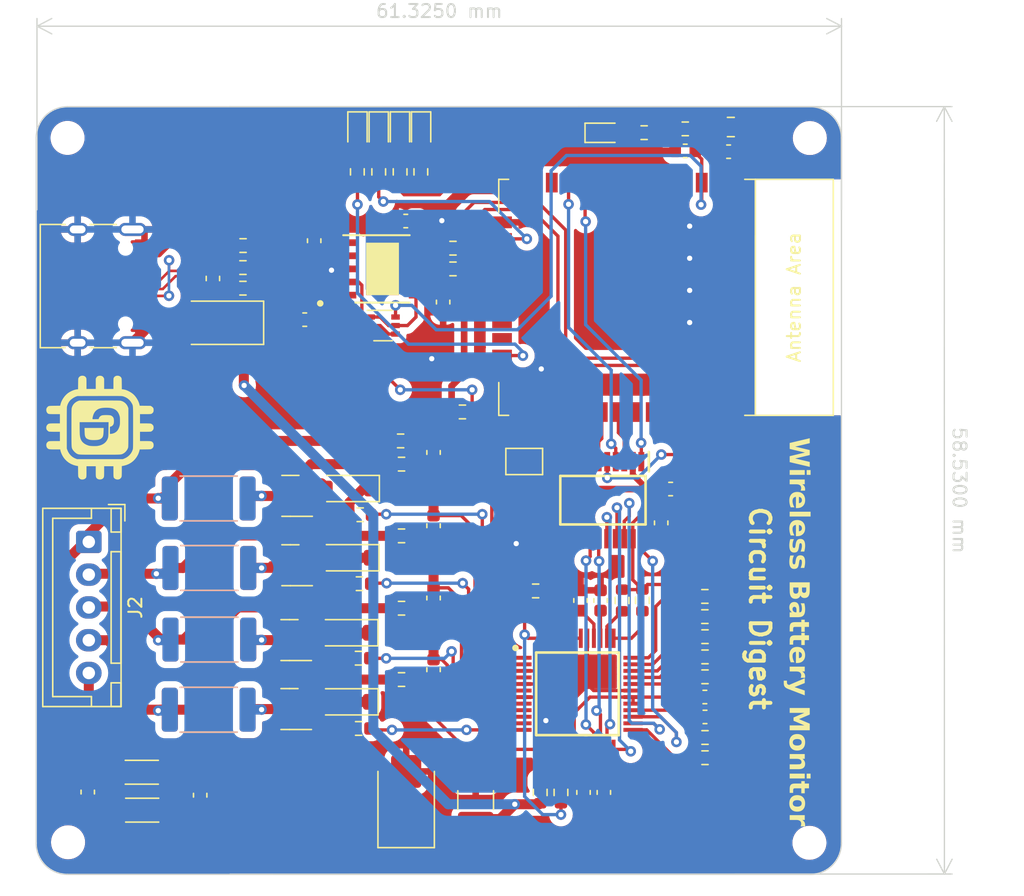
<source format=kicad_pcb>
(kicad_pcb (version 20221018) (generator pcbnew)
  (layers (0 "F.Cu" signal) (31 "B.Cu" signal) (34 "B.Paste" user) (35 "F.Paste" user) (36 "B.SilkS" user "B.Silkscreen") (37 "F.SilkS" user "F.Silkscreen") (38 "B.Mask" user) (39 "F.Mask" user) (44 "Edge.Cuts" user))
  (net 0 "")
  (net 1 "VDD")
  (net 2 "GND")
  (net 3 "Net-(IC1-SS)")
  (net 4 "+3V3")
  (net 5 "Net-(U1-V3)")
  (net 6 "VCC")
  (net 7 "Net-(IC3-VREF)")
  (net 8 "Net-(IC3-CREF)")
  (net 9 "/IN4")
  (net 10 "GNDS")
  (net 11 "/VIN6")
  (net 12 "/VIN3")
  (net 13 "/VIN2")
  (net 14 "/VIN1")
  (net 15 "/VIN0")
  (net 16 "+5V")
  (net 17 "Net-(D2-K)")
  (net 18 "/IN3")
  (net 19 "Net-(D3-K)")
  (net 20 "/IN2")
  (net 21 "Net-(D4-K)")
  (net 22 "/IN1")
  (net 23 "Net-(D5-K)")
  (net 24 "Net-(IC1-EN{slash}UVLO)")
  (net 25 "Net-(IC1-PG)")
  (net 26 "/ALERT")
  (net 27 "/SDO")
  (net 28 "/CNVST")
  (net 29 "/SDI")
  (net 30 "/SCLK")
  (net 31 "/CS")
  (net 34 "Net-(IC2-OE)")
  (net 37 "/CS_H")
  (net 38 "/SCLK_H")
  (net 39 "/SDI_H")
  (net 40 "/CNVST_H")
  (net 41 "/SDO_H")
  (net 42 "/ALERT_H")
  (net 43 "/CB6")
  (net 46 "/CB3")
  (net 47 "/CB2")
  (net 48 "/CB1")
  (net 49 "Net-(IC3-MASTER)")
  (net 51 "Net-(IC3-SDOIO)")
  (net 52 "Net-(IC3-ALERTIO)")
  (net 53 "Net-(IC3-AUXTERM)")
  (net 54 "Net-(IC3-AUX6)")
  (net 55 "Net-(IC3-AUX5)")
  (net 56 "Net-(IC3-AUX4)")
  (net 57 "Net-(IC3-AUX3)")
  (net 58 "Net-(IC3-AUX2)")
  (net 59 "Net-(IC3-AUX1)")
  (net 60 "Net-(IC3-ALERTHI)")
  (net 61 "Net-(IC3-SCLKHI)")
  (net 63 "/D+")
  (net 64 "/D-")
  (net 68 "Net-(LED1-A)")
  (net 69 "Net-(LED2-A)")
  (net 70 "Net-(LED3-A)")
  (net 71 "Net-(Q1-D)")
  (net 72 "Net-(Q2-D)")
  (net 73 "Net-(Q3-D)")
  (net 74 "Net-(Q4-D)")
  (net 75 "Net-(U1-RXD)")
  (net 76 "/TX")
  (net 77 "Net-(U1-TXD)")
  (net 78 "/RX")
  (net 79 "Net-(U3-MTDI{slash}GPIO12{slash}ADC2_CH5)")
  (net 80 "Net-(U3-MTCK{slash}GPIO13{slash}ADC2_CH4)")
  (net 81 "/IO0")
  (net 82 "/DTR")
  (net 84 "/RTS")
  (net 86 "/EN")
  (net 94 "Net-(LED4-A)")
  (net 95 "Net-(LED5-A)")
  (net 102 "Net-(U3-MTMS{slash}GPIO14{slash}ADC2_CH6)")
  (net 103 "Net-(U3-MTDO{slash}GPIO15{slash}ADC2_CH3)")
  (footprint "Resistor_SMD:R_0603_1608Metric" (layer "F.Cu") (at 166.725 111.14 180)
    (fp_text reference "R14" hide)
    (fp_text value "1K")
  )
  (footprint "Diode_SMD:D_SOD-123" (layer "F.Cu") (at 139.51375 95.89 180)
    (fp_text reference "D3" hide)
    (fp_text value "D_Zener")
  )
  (footprint "Resistor_SMD:R_0603_1608Metric" (layer "F.Cu") (at 143.59375 99.74)
    (fp_text reference "R26" hide)
    (fp_text value "10K")
  )
  (footprint "Jumper:SolderJumper-2_P1.3mm_Open_TrianglePad1.0x1.5mm" (layer "F.Cu") (at 152.945 88.55)
    (fp_text reference "JP1" hide)
    (fp_text value "Jumper_2_Open")
  )
  (footprint "AD7280:QFP50P900X900X160-48N" (layer "F.Cu") (at 157.005 106.268)
    (fp_text reference "IC3" hide)
    (fp_text value "AD7280AWBSTZ" hide)
  )
  (footprint "Resistor_SMD:R_0603_1608Metric" (layer "F.Cu") (at 154.165 113.788 90)
    (fp_text reference "R11" hide)
    (fp_text value "10K")
  )
  (footprint "LOGO" (layer "F.Cu") (at 120.605 85.99 -90)
    (fp_text reference "G***" hide)
    (fp_text value "LOGO" hide)
  )
  (footprint "Capacitor_SMD:C_0603_1608Metric" (layer "F.Cu") (at 146.03375 93.45 -90)
    (fp_text reference "C19" hide)
    (fp_text value "0.1uf")
  )
  (footprint "Capacitor_SMD:C_0603_1608Metric" (layer "F.Cu") (at 136.935 71.71 90)
    (fp_text reference "C2" hide)
    (fp_text value "0.1uf")
  )
  (footprint "Package_TO_SOT_SMD:SOT-23" (layer "F.Cu") (at 135.12125 96.46 180)
    (fp_text reference "Q2" hide)
    (fp_text value "BSS138")
  )
  (footprint "Resistor_SMD:R_0603_1608Metric" (layer "F.Cu") (at 140.32375 108.91)
    (fp_text reference "R39" hide)
    (fp_text value "10K")
  )
  (footprint "Capacitor_SMD:C_0603_1608Metric" (layer "F.Cu") (at 166.725 108.03)
    (fp_text reference "C16" hide)
    (fp_text value "1uf")
  )
  (footprint "Package_TO_SOT_SMD:SOT-23" (layer "F.Cu") (at 135.12125 91.17 180)
    (fp_text reference "Q1" hide)
    (fp_text value "BSS138")
  )
  (footprint "Resistor_SMD:R_0603_1608Metric" (layer "F.Cu") (at 166.715 100.38)
    (fp_text reference "R17" hide)
    (fp_text value "10K")
  )
  (footprint "Resistor_SMD:R_0603_1608Metric" (layer "F.Cu") (at 155.745 113.788 -90)
    (fp_text reference "R12" hide)
    (fp_text value "0R")
  )
  (footprint "MountingHole:MountingHole_2.1mm" (layer "F.Cu") (at 118.135 63.87)
    (fp_text reference "H1" hide)
    (fp_text value "MountingHole")
  )
  (footprint "Resistor_SMD:R_0603_1608Metric" (layer "F.Cu") (at 131.505 73.76 180)
    (fp_text reference "R2" hide)
    (fp_text value "100K")
  )
  (footprint "Capacitor_SMD:C_0805_2012Metric" (layer "F.Cu") (at 168.695 63.04)
    (fp_text reference "C7" hide)
    (fp_text value "10uf")
  )
  (footprint "Inductor_SMD:L_1806_4516Metric" (layer "F.Cu") (at 123.825 115.14)
    (fp_text reference "L2" hide)
    (fp_text value "60Ohms")
  )
  (footprint "Package_TO_SOT_SMD:SOT-363_SC-70-6" (layer "F.Cu") (at 142.185 78.18)
    (fp_text reference "U2" hide)
    (fp_text value "DDC114TU-7-F")
  )
  (footprint "Resistor_SMD:R_0603_1608Metric" (layer "F.Cu") (at 166.725 101.91)
    (fp_text reference "R18" hide)
    (fp_text value "10K")
  )
  (footprint "Diode_SMD:D_SOD-123" (layer "F.Cu") (at 139.45125 106.88 180)
    (fp_text reference "D5" hide)
    (fp_text value "D_Zener")
  )
  (footprint "Capacitor_SMD:C_0603_1608Metric" (layer "F.Cu") (at 136.215 77.73 180)
    (fp_text reference "C3" hide)
    (fp_text value "1uf")
  )
  (footprint "Resistor_SMD:R_0603_1608Metric" (layer "F.Cu") (at 165.22 63.18)
    (fp_text reference "R8" hide)
    (fp_text value "10K")
  )
  (footprint "Resistor_SMD:R_2512_6332Metric" (layer "F.Cu") (at 128.94375 102.13)
    (fp_text reference "R32" hide)
    (fp_text value "68R")
  )
  (footprint "Capacitor_SMD:C_0603_1608Metric" (layer "F.Cu") (at 143.915 70.21)
    (fp_text reference "C4" hide)
    (fp_text value "0.1uf")
  )
  (footprint "TXS0108E:SOP65P640X120-20N" (layer "F.Cu") (at 158.945 91.5 -90)
    (fp_text reference "IC2" hide)
    (fp_text value "TXS0108EQPWRQ1" hide)
  )
  (footprint "Resistor_SMD:R_0603_1608Metric" (layer "F.Cu") (at 145.065 66.46 -90)
    (fp_text reference "R40" hide)
    (fp_text value "470")
  )
  (footprint "Resistor_SMD:R_0603_1608Metric" (layer "F.Cu") (at 147.515 73.86)
    (fp_text reference "R6" hide)
    (fp_text value "1K")
  )
  (footprint "ch340k:ESSOP-10_3.9x4.9mm_P1.00mm" (layer "F.Cu") (at 142.145 73.86)
    (fp_text reference "U1" hide)
    (fp_text value "ch340k")
  )
  (footprint "Diode_SMD:D_SOD-123" (layer "F.Cu") (at 139.54375 90.61 180)
    (fp_text reference "D2" hide)
    (fp_text value "D_Zener")
  )
  (footprint "Resistor_SMD:R_0603_1608Metric" (layer "F.Cu") (at 140.225 66.46 -90)
    (fp_text reference "R41" hide)
    (fp_text value "470")
  )
  (footprint "Inductor_SMD:L_0603_1608Metric" (layer "F.Cu") (at 129.215 74.59 90)
    (fp_text reference "C1" hide)
    (fp_text value "1uf")
  )
  (footprint "Resistor_SMD:R_0603_1608Metric" (layer "F.Cu") (at 148.235 84.77 180)
    (fp_text reference "R10" hide)
    (fp_text value "10K")
  )
  (footprint "Resistor_SMD:R_0603_1608Metric" (layer "F.Cu") (at 161.955 99.138 90)
    (fp_text reference "R21" hide)
    (fp_text value "10K")
  )
  (footprint "Resistor_SMD:R_0603_1608Metric" (layer "F.Cu") (at 162.085 63.47)
    (fp_text reference "R4" hide)
    (fp_text value "470")
  )
  (footprint "Resistor_SMD:R_0603_1608Metric" (layer "F.Cu") (at 147.515 72.28)
    (fp_text reference "R5" hide)
    (fp_text value "1K")
  )
  (footprint "Capacitor_SMD:C_0603_1608Metric" (layer "F.Cu") (at 168.525 64.92)
    (fp_text reference "C8" hide)
    (fp_text value "1uf")
  )
  (footprint "MountingHole:MountingHole_2.1mm" (layer "F.Cu") (at 118.175 117.59)
    (fp_text reference "H3" hide)
    (fp_text value "MountingHole")
  )
  (footprint "LED_SMD:LED_0603_1608Metric" (layer "F.Cu") (at 143.475 63.37 -90)
    (fp_text reference "LED2" hide)
    (fp_text value "POW_LED")
  )
  (footprint "Capacitor_SMD:C_0603_1608Metric" (layer "F.Cu") (at 157.465 113.788 -90)
    (fp_text reference "C11" hide)
    (fp_text value "0.1uf")
  )
  (footprint "Inductor_SMD:L_1806_4516Metric" (layer "F.Cu") (at 123.795 112.25)
    (fp_text reference "L1" hide)
    (fp_text value "60Ohms")
  )
  (footprint "Capacitor_SMD:C_0603_1608Metric" (layer "F.Cu") (at 119.675 113.76 90)
    (fp_text reference "C17" hide)
    (fp_text value "0.1uf")
  )
  (footprint "LED_SMD:LED_0603_1608Metric" (layer "F.Cu") (at 141.855 63.3725 -90)
    (fp_text reference "LED3" hide)
    (fp_text value "POW_LED")
  )
  (footprint "Diode_SMD:D_SMB" (layer "F.Cu") (at 143.945 114.3375 90)
    (fp_text reference "DZ1" hide)
    (fp_text value "30V")
  )
  (footprint "LED_SMD:LED_0603_1608Metric" (layer "F.Cu") (at 145.085 63.37 -90)
    (fp_text reference "LED4" hide)
    (fp_text value "POW_LED")
  )
  (footprint "Capacitor_SMD:C_0603_1608Metric" (layer "F.Cu") (at 158.765 99.148 90)
    (fp_text reference "C14" hide)
    (fp_text value "0.1uf")
  )
  (footprint "Connector_JST:JST_XH_B5B-XH-A_1x05_P2.50mm_Vertical" (layer "F.Cu") (at 119.755 94.68 -90)
    (fp_text reference "J2")
    (fp_text value "Conn_01x05")
  )
  (footprint "Resistor_SMD:R_0603_1608Metric" (layer "F.Cu") (at 143.52375 86.98)
    (fp_text reference "R23" hide)
    (fp_text value "10K")
  )
  (footprint "Capacitor_SMD:C_0603_1608Metric" (layer "F.Cu") (at 157.235 99.148 90)
    (fp_text reference "C13" hide)
    (fp_text value "1uf")
  )
  (footprint "Package_TO_SOT_SMD:SOT-23" (layer "F.Cu") (at 135.05125 102.17 180)
    (fp_text reference "Q3" hide)
    (fp_text value "BSS138")
  )
  (footprint "Resistor_SMD:R_0603_1608Metric" (layer "F.Cu") (at 143.485 66.46 -90)
    (fp_text reference "R7" hide)
    (fp_text value "470")
  )
  (footprint "Capacitor_SMD:C_0603_1608Metric" (layer "F.Cu") (at 163.385 93.23 -90)
    (fp_text reference "C9" hide)
    (fp_text value "0.1uf")
  )
  (footprint "Resistor_SMD:R_0603_1608Metric" (layer "F.Cu") (at 131.505 75.33 180)
    (fp_text reference "R1" hide)
    (fp_text value "100K")
  )
  (footprint "LED_SMD:LED_0603_1608Metric" (layer "F.Cu") (at 140.235 63.37 -90)
    (fp_text reference "LED5" hide)
    (fp_text value "POW_LED")
  )
  (footprint "Capacitor_SMD:C_0603_1608Metric" (layer "F.Cu") (at 146.03375 104.43 -90)
    (fp_text reference "C21" hide)
    (fp_text value "0.1uf")
  )
  (footprint "Resistor_SMD:R_0603_1608Metric" (layer "F.Cu") (at 166.725 103.45)
    (fp_text reference "R19" hide)
    (fp_text value "10K")
  )
  (footprint "Resistor_SMD:R_0603_1608Metric" (layer "F.Cu") (at 153.815 98.42 180)
    (fp_text reference "R13" hide)
    (fp_text value "1K")
  )
  (footprint "Capacitor_SMD:C_0603_1608Metric" (layer "F.Cu") (at 146.03375 98.96 -90)
    (fp_text reference "C20" hide)
    (fp_text value "0.1uf")
  )
  (footprint "Capacitor_SMD:C_0603_1608Metric" (layer "F.Cu") (at 166.715 106.51)
    (fp_text reference "C15" hide)
    (fp_text value "0.1uf")
  )
  (footprint "Espressif:ESP32-WROOM-32E" (layer "F.Cu") (at 162.005 76.03 -90)
    (fp_text reference "U3" hide)
    (fp_text value "ESP32-WROOM-E")
  )
  (footprint "Capacitor_SMD:C_0603_1608Metric" (layer "F.Cu") (at 146.03375 87.86 -90)
    (fp_text reference "C18" hide)
    (fp_text value "0.1uf")
  )
  (footprint "ADP7105:SON50P300X300X80-9N-D" (layer "F.Cu") (at 135.545 75.09 180)
    (fp_text reference "IC1" hide)
    (fp_text value "ADP7105ACPZ-3.3-R7" hide)
  )
  (footprint "Resistor_SMD:R_0603_1608Metric" (layer "F.Cu") (at 143.59375 105.18)
    (fp_text reference "R27" hide)
    (fp_text value "10K")
  )
  (footprint "Capacitor_SMD:C_0603_1608Metric" (layer "F.Cu") (at 159.015 113.788 -90)
    (fp_text reference "C12" hide)
    (fp_text value "0.1uf")
  )
  (footprint "Package_TO_SOT_SMD:SOT-23" (layer "F.Cu") (at 135.05125 107.43 180)
    (fp_text reference "Q4" hide)
    (fp_text value "BSS138")
  )
  (footprint "Connector_USB:USB_C_Receptacle_HRO_TYPE-C-31-M-12" (layer "F.Cu") (at 119.955 75.17 -90)
    (fp_text reference "J1" hide)
    (fp_text value "USB_C_Receptacle_USB2.0")
  )
  (footprint "Capacitor_SMD:C_1210_3225Metric" (layer "F.Cu") (at 149.245 114.37 90)
    (fp_text reference "C23" hide)
    (fp_text value "10uf")
  )
  (footprint "Diode_SMD:D_SMA" (layer "F.Cu") (at 129.5725 77.97 180)
    (fp_text reference "D1" hide)
    (fp_text value "SS34")
  )
  (footprint "Resistor_SMD:R_0603_1608Metric" (layer "F.Cu") (at 140.44375 92.61)
    (fp_text reference "R36" hide)
    (fp_text value "10K")
  )
  (footprint "Resistor_SMD:R_0603_1608Metric" (layer "F.Cu") (at 143.59375 88.75)
    (fp_text reference "R24" hide)
    (fp_text value "10K")
  )
  (footprint "Resistor_SMD:R_0603_1608Metric" (layer "F.Cu") (at 160.405 99.148 90)
    (fp_text reference "R22" hide)
    (fp_text value "10K")
  )
  (footprint "MountingHole:MountingHole_2.1mm" (layer "F.Cu") (at 174.685 117.63)
    (fp_text reference "H4" hide)
    (fp_text value "MountingHole")
  )
  (footprint "Resistor_SMD:R_0603_1608Metric" (layer "F.Cu") (at 166.725 104.97)
    (fp_text reference "R20" hide)
    (fp_text value "NC")
  )
  (footprint "Diode_SMD:D_SOD-123" (layer "F.Cu") (at 139.44125 101.61 180)
    (fp_text reference "D4" hide)
    (fp_text value "D_Zener")
  )
  (footprint "Capacitor_SMD:C_0603_1608Metric" (layer "F.Cu") (at 164.105 90.65)
    (fp_text reference "C10" hide)
    (fp_text value "0.1uf")
  )
  (footprint "Resistor_SMD:R_2512_6332Metric" (layer "F.Cu") (at 128.89375 91.37)
    (fp_text reference "R28" hide)
    (fp_text value "68R")
  )
  (footprint "Resistor_SMD:R_2512_6332Metric" (layer "F.Cu") (at 128.89375 107.48)
    (fp_text reference "R34" hide)
    (fp_text value "68R")
  )
  (footprint "Resistor_SMD:R_0603_1608Metric" (layer "F.Cu") (at 166.715 98.84)
    (fp_text reference "R16" hide)
    (fp_text value "10K")
  )
  (footprint "Resistor_SMD:R_0603_1608Metric" (layer "F.Cu") (at 140.38375 97.87)
    (fp_text reference "R37" hide)
    (fp_text value "10K")
  )
  (footprint "Capacitor_SMD:C_0603_1608Metric" (layer "F.Cu") (at 165.22 64.86 180)
    (fp_text reference "C6" hide)
    (fp_text value "0.1uf")
  )
  (footprint "Resistor_SMD:R_0603_1608Metric" (layer "F.Cu") (at 143.59375 94.22)
    (fp_text reference "R25" hide)
    (fp_text value "10K")
  )
  (footprint "Resistor_SMD:R_0603_1608Metric" (layer "F.Cu") (at 166.725 109.6)
    (fp_text reference "R15" hide)
    (fp_text value "1K")
  )
  (footprint "Resistor_SMD:R_0603_1608Metric" (layer "F.Cu") (at 131.515 72.08)
    (fp_text reference "R3" hide)
    (fp_text value "100K")
  )
  (footprint "Resistor_SMD:R_2512_6332Metric" (layer "F.Cu") (at 128.94375 96.67)
    (fp_text reference "R30" hide)
    (fp_text value "68R")
  )
  (footprint "Resistor_SMD:R_0603_1608Metric" (layer "F.Cu") (at 140.31125 103.55)
    (fp_text reference "R38" hide)
    (fp_text value "10K")
  )
  (footprint "MountingHole:MountingHole_2.1mm" (layer "F.Cu") (at 174.715 63.88)
    (fp_text reference "H2" hide)
    (fp_text value "MountingHole")
  )
  (footprint "Resistor_SMD:R_0603_1608Metric" (layer "F.Cu") (at 141.855 66.46 -90)
    (fp_text reference "R9" hide)
    (fp_text value "470")
  )
  (footprint "Capacitor_SMD:C_0603_1608Metric" (layer "F.Cu") (at 128.245 114 90)
    (fp_text reference "C22" hide)
    (fp_text value "0.1uf")
  )
  (footprint "LED_SMD:LED_0603_1608Metric" (layer "F.Cu") (at 159.065 63.48)
    (fp_text reference "LED1" hide)
    (fp_text value "POW_LED")
  )
  (footprint "Capacitor_SMD:C_0603_1608Metric" (layer "F.Cu") (at 146.765 76.39 90)
    (fp_text reference "C5" hide)
    (fp_text value "0.1UF")
  )
  (footprint "Resistor_SMD:R_2512_6332Metric" (layer "B.Cu") (at 128.89375 91.37)
    (fp_text reference "R29" hide)
    (fp_text value "68R")
  )
  (footprint "Resistor_SMD:R_2512_6332Metric" (layer "B.Cu") (at 128.94375 96.67)
    (fp_text reference "R31" hide)
    (fp_text value "68R")
  )
  (footprint "Resistor_SMD:R_2512_6332Metric" (layer "B.Cu") (at 128.94375 102.13)
    (fp_text reference "R33" hide)
    (fp_text value "68R")
  )
  (footprint "Resistor_SMD:R_2512_6332Metric" (layer "B.Cu") (at 128.89375 107.48)
    (fp_text reference "R35" hide)
    (fp_text value "68R")
  )
  (gr_arc (start 177.125 117.66) (mid 176.427914 119.342914) (end 174.745 120.04) (stroke (width 0.1)) (layer "Edge.Cuts"))
  (gr_line (start 115.745 117.657086) (end 115.747914 63.872914) (stroke (width 0.1)) (layer "Edge.Cuts"))
  (gr_arc (start 118.125 120.037086) (mid 116.442091 119.339999) (end 115.745 117.657086) (stroke (width 0.1)) (layer "Edge.Cuts"))
  (gr_line (start 174.745 120.04) (end 118.125 120.037086) (stroke (width 0.1)) (layer "Edge.Cuts"))
  (gr_arc (start 115.747914 63.872914) (mid 116.444996 62.189996) (end 118.127914 61.492914) (stroke (width 0.1)) (layer "Edge.Cuts"))
  (gr_arc (start 174.745 61.49) (mid 176.427914 62.187086) (end 177.125 63.87) (stroke (width 0.1)) (layer "Edge.Cuts"))
  (gr_line (start 177.125 63.87) (end 177.125 117.66) (stroke (width 0.1)) (layer "Edge.Cuts"))
  (gr_line (start 118.127914 61.492914) (end 174.745 61.49) (stroke (width 0.1)) (layer "Edge.Cuts"))
  (gr_text "Circuit Digest" (at 170.015 91.83 -90) (layer "F.SilkS") (effects (font (size 1.5 1.5) (thickness 0.3) bold) (justify left bottom)))
  (gr_text "Wireless Battery Monitor" (at 172.925 86.709866 270) (layer "F.SilkS") (effects (font (size 1.5 1.5) (thickness 0.2) bold) (justify left bottom)))
  (dimension (type aligned) (layer "Edge.Cuts") (pts (xy 115.805 69.85) (xy 177.13 69.85)) (height -14.5) (gr_text "61.3250 mm" (at 146.4675 54.2) (layer "Edge.Cuts") (effects (font (size 1 1) (thickness 0.15)))) (format (prefix "") (suffix "") (units 3) (units_format 1) (precision 4)) (style (thickness 0.1) (arrow_length 1.27) (text_position_mode 0) (extension_height 0.58642) (extension_offset 0.5) keep_text_aligned))
  (dimension (type aligned) (layer "Edge.Cuts") (pts (xy 130.02 120.02) (xy 130.01 61.49)) (height 54.95426) (gr_text "58.5300 mm" (at 186.119259 90.745415 -89.99021087) (layer "Edge.Cuts") (effects (font (size 1 1) (thickness 0.15)))) (format (prefix "") (suffix "") (units 3) (units_format 1) (precision 4)) (style (thickness 0.1) (arrow_length 1.27) (text_position_mode 0) (extension_height 0.58642) (extension_offset 0.5) keep_text_aligned))
  (segment (start 127.88 115.14) (end 125.9375 115.14) (width 0.762) (layer "F.Cu") (net 1))
  (segment (start 130.36 116.89) (end 128.245 114.775) (width 0.762) (layer "F.Cu") (net 1))
  (segment (start 129.215 75.3775) (end 129.215 75.3525) (width 0.254) (layer "F.Cu") (net 1))
  (segment (start 152.225 114.69) (end 151.095 115.82) (width 0.762) (layer "F.Cu") (net 1))
  (segment (start 130.675 76.64) (end 130.675 73.765) (width 0.762) (layer "F.Cu") (net 1))
  (segment (start 152.225 114.69) (end 154.088 114.69) (width 0.762) (layer "F.Cu") (net 1))
  (segment (start 128.245 114.775) (end 127.88 115.14) (width 0.762) (layer "F.Cu") (net 1))
  (segment (start 155.745 113.033) (end 154.165 114.613) (width 0.254) (layer "F.Cu") (net 1))
  (segment (start 131.5725 77.97) (end 131.5725 77.5375) (width 0.762) (layer "F.Cu") (net 1))
  (segment (start 149.205 115.8425) (end 148.1575 116.89) (width 0.762) (layer "F.Cu") (net 1))
  (segment (start 148.1575 116.89) (end 130.36 116.89) (width 0.762) (layer "F.Cu") (net 1))
  (segment (start 133.4725 76.07) (end 131.5725 77.97) (width 0.762) (layer "F.Cu") (net 1))
  (segment (start 155.745 112.963) (end 155.745 110.516) (width 0.254) (layer "F.Cu") (net 1))
  (segment (start 133.865 76.07) (end 133.4725 76.07) (width 0.762) (layer "F.Cu") (net 1))
  (segment (start 154.088 114.69) (end 154.165 114.613) (width 0.762) (layer "F.Cu") (net 1))
  (segment (start 149.2275 115.82) (end 149.205 115.8425) (width 0.762) (layer "F.Cu") (net 1))
  (segment (start 131.5725 77.5375) (end 130.675 76.64) (width 0.762) (layer "F.Cu") (net 1))
  (segment (start 155.745 112.963) (end 155.745 113.033) (width 0.254) (layer "F.Cu") (net 1))
  (segment (start 131.5725 77.97) (end 131.5725 82.7275) (width 0.762) (layer "F.Cu") (net 1))
  (segment (start 130.68 75.33) (end 129.2625 75.33) (width 0.762) (layer "F.Cu") (net 1))
  (segment (start 130.675 73.765) (end 130.68 73.76) (width 0.762) (layer "F.Cu") (net 1))
  (segment (start 151.095 115.82) (end 149.2275 115.82) (width 0.762) (layer "F.Cu") (net 1))
  (segment (start 131.5725 82.7275) (end 131.595 82.75) (width 0.762) (layer "F.Cu") (net 1))
  (segment (start 134.095 75.84) (end 133.865 76.07) (width 0.254) (layer "F.Cu") (net 1))
  (segment (start 129.2625 75.33) (end 129.215 75.3775) (width 0.762) (layer "F.Cu") (net 1))
  (segment (start 155.745 110.516) (end 155.755 110.506) (width 0.254) (layer "F.Cu") (net 1))
  (via (at 152.225 114.69) (size 0.8) (drill 0.4) (layers "F.Cu" "B.Cu") (net 1))
  (via (at 131.595 82.75) (size 0.8) (drill 0.4) (layers "F.Cu" "B.Cu") (net 1))
  (segment (start 141.444 92.599) (end 141.444 108.986344) (width 0.762) (layer "B.Cu") (net 1))
  (segment (start 141.444 108.986344) (end 147.147656 114.69) (width 0.762) (layer "B.Cu") (net 1))
  (segment (start 147.147656 114.69) (end 152.225 114.69) (width 0.762) (layer "B.Cu") (net 1))
  (segment (start 131.595 82.75) (end 141.444 92.599) (width 0.762) (layer "B.Cu") (net 1))
  (segment (start 157.755 102.03) (end 157.755 105.54) (width 0.254) (layer "F.Cu") (net 2))
  (segment (start 124 78.575) (end 123.085 79.49) (width 0.762) (layer "F.Cu") (net 2))
  (segment (start 156.255 108.71) (end 156.255 110.506) (width 0.254) (layer "F.Cu") (net 2))
  (segment (start 157.755 111.5031) (end 158.2319 111.98) (width 0.254) (layer "F.Cu") (net 2))
  (segment (start 134.095 74.84) (end 135.295 74.84) (width 0.254) (layer "F.Cu") (net 2))
  (segment (start 158.233 106.018) (end 161.243 106.018) (width 0.254) (layer "F.Cu") (net 2))
  (segment (start 136.995 74.84) (end 135.795 74.84) (width 0.254) (layer "F.Cu") (net 2))
  (segment (start 135.295 74.84) (end 135.545 75.09) (width 0.254) (layer "F.Cu") (net 2))
  (segment (start 155.855 108.31) (end 156.255 108.71) (width 0.254) (layer "F.Cu") (net 2))
  (segment (start 160.605 111.98) (end 161.145 112.52) (width 0.254) (layer "F.Cu") (net 2))
  (segment (start 159.152 114.7) (end 159.015 114.563) (width 0.254) (layer "F.Cu") (net 2))
  (segment (start 157.755 105.54) (end 158.233 106.018) (width 0.254) (layer "F.Cu") (net 2))
  (segment (start 135.795 74.84) (end 135.545 75.09) (width 0.254) (layer "F.Cu") (net 2))
  (segment (start 157.755 110.506) (end 157.755 111.5031) (width 0.254) (layer "F.Cu") (net 2))
  (segment (start 160.555 114.7) (end 159.152 114.7) (width 0.254) (layer "F.Cu") (net 2))
  (segment (start 161.145 114.11) (end 160.555 114.7) (width 0.254) (layer "F.Cu") (net 2))
  (segment (start 158.2319 111.98) (end 160.605 111.98) (width 0.254) (layer "F.Cu") (net 2))
  (segment (start 154.595 108.31) (end 155.855 108.31) (width 0.254) (layer "F.Cu") (net 2))
  (segment (start 161.145 112.52) (end 161.145 114.11) (width 0.254) (layer "F.Cu") (net 2))
  (via (at 165.555 75.5) (size 0.8) (drill 0.4) (layers "F.Cu" "B.Cu") (net 2))
  (via (at 165.555 77.95) (size 0.8) (drill 0.4) (layers "F.Cu" "B.Cu") (net 2))
  (via (at 154.245 81.49) (size 0.8) (drill 0.4) (layers "F.Cu" "B.Cu") (net 2))
  (via (at 152.335 94.81) (size 0.8) (drill 0.4) (layers "F.Cu" "B.Cu") (net 2))
  (via (at 145.895 80.71) (size 0.8) (drill 0.4) (layers "F.Cu" "B.Cu") (net 2))
  (via (at 138.255 73.96) (size 0.8) (drill 0.4) (layers "F.Cu" "B.Cu") (net 2))
  (via (at 165.555 73.05) (size 0.8) (drill 0.4) (layers "F.Cu" "B.Cu") (net 2))
  (via (at 165.555 70.6) (size 0.8) (drill 0.4) (layers "F.Cu" "B.Cu") (net 2))
  (via (at 146.665 70.18) (size 0.8) (drill 0.4) (layers "F.Cu" "B.Cu") (net 2))
  (via (at 154.595 108.31) (size 0.8) (drill 0.4) (layers "F.Cu" "B.Cu") (net 2))
  (segment (start 136.995 72.545) (end 136.935 72.485) (width 0.254) (layer "F.Cu") (net 3))
  (segment (start 136.995 74.34) (end 136.995 72.545) (width 0.254) (layer "F.Cu") (net 3))
  (segment (start 138.605 77.715) (end 139.09 77.715) (width 0.762) (layer "F.Cu") (net 4))
  (segment (start 138.08 77.715) (end 138.605 77.715) (width 0.762) (layer "F.Cu") (net 4))
  (segment (start 149.965 88.55) (end 152.22 88.55) (width 0.508) (layer "F.Cu") (net 4))
  (segment (start 147.75 75.615) (end 148.365 76.23) (width 0.508) (layer "F.Cu") (net 4))
  (segment (start 166.045 62.72) (end 165.7252 62.4002) (width 0.254) (layer "F.Cu") (net 4))
  (segment (start 139.915 82.87) (end 141.815 84.77) (width 0.762) (layer "F.Cu") (net 4))
  (segment (start 137.835 77.47) (end 138.08 77.715) (width 0.762) (layer "F.Cu") (net 4))
  (segment (start 136.99 77.73) (end 138.59 77.73) (width 0.762) (layer "F.Cu") (net 4))
  (segment (start 165.7252 62.4002) (end 163.2948 62.4002) (width 0.254) (layer "F.Cu") (net 4))
  (segment (start 139.915 78.54) (end 139.915 82.87) (width 0.762) (layer "F.Cu") (net 4))
  (segment (start 161.22 88.562) (end 161.22 89.5535) (width 0.4572) (layer "F.Cu") (net 4))
  (segment (start 163.33 90.65) (end 163.33 89.745) (width 0.508) (layer "F.Cu") (net 4))
  (segment (start 170.075 87.91) (end 170.075 72.23) (width 0.508) (layer "F.Cu") (net 4))
  (segment (start 144.695 74.86) (end 146.01 74.86) (width 0.508) (layer "F.Cu") (net 4))
  (segment (start 139.09 77.715) (end 139.915 78.54) (width 0.762) (layer "F.Cu") (net 4))
  (segment (start 148.365 81.84) (end 147.41 82.795) (width 0.508) (layer "F.Cu") (net 4))
  (segment (start 161.22 89.5535) (end 162.3165 90.65) (width 0.4572) (layer "F.Cu") (net 4))
  (segment (start 146.01 74.86) (end 146.765 75.615) (width 0.508) (layer "F.Cu") (net 4))
  (segment (start 137.835 75.81) (end 137.835 77.47) (width 0.762) (layer "F.Cu") (net 4))
  (segment (start 163.33 89.745) (end 164.105 88.97) (width 0.508) (layer "F.Cu") (net 4))
  (segment (start 147.41 82.795) (end 147.41 84.77) (width 0.508) (layer "F.Cu") (net 4))
  (segment (start 162.91 62.785) (end 162.91 63.47) (width 0.254) (layer "F.Cu") (net 4))
  (segment (start 170.075 72.23) (end 167.745 69.9) (width 0.508) (layer "F.Cu") (net 4))
  (segment (start 136.995 75.84) (end 136.995 75.34) (width 0.254) (layer "F.Cu") (net 4))
  (segment (start 167.745 69.9) (end 167.745 67.28) (width 0.508) (layer "F.Cu") (net 4))
  (segment (start 148.365 76.23) (end 148.365 81.84) (width 0.508) (layer "F.Cu") (net 4))
  (segment (start 138.59 77.73) (end 138.605 77.715) (width 0.762) (layer "F.Cu") (net 4))
  (segment (start 167.745 67.28) (end 167.745 63.04) (width 0.508) (layer "F.Cu") (net 4))
  (segment (start 153.025 90.65) (end 162.3165 90.65) (width 0.508) (layer "F.Cu") (net 4))
  (segment (start 141.815 84.77) (end 147.41 84.77) (width 0.762) (layer "F.Cu") (net 4))
  (segment (start 167.745 63.04) (end 166.04 63.04) (width 0.508) (layer "F.Cu") (net 4))
  (segment (start 137.625 75.6) (end 137.835 75.81) (width 0.762) (layer "F.Cu") (net 4))
  (segment (start 147.41 85.995) (end 149.965 88.55) (width 0.508) (layer "F.Cu") (net 4))
  (segment (start 162.3165 90.65) (end 163.33 90.65) (width 0.508) (layer "F.Cu") (net 4))
  (segment (start 147.41 84.77) (end 147.41 85.995) (width 0.508) (layer "F.Cu") (net 4))
  (segment (start 163.2948 62.4002) (end 162.91 62.785) (width 0.254) (layer "F.Cu") (net 4))
  (segment (start 166.045 63.13) (end 166.045 62.72) (width 0.254) (layer "F.Cu") (net 4))
  (segment (start 152.22 89.845) (end 153.025 90.65) (width 0.508) (layer "F.Cu") (net 4))
  (segment (start 152.22 88.55) (end 152.22 89.845) (width 0.508) (layer "F.Cu") (net 4))
  (segment (start 169.015 88.97) (end 170.075 87.91) (width 0.508) (layer "F.Cu") (net 4))
  (segment (start 136.995 75.6) (end 137.625 75.6) (width 0.762) (layer "F.Cu") (net 4))
  (segment (start 146.765 75.615) (end 147.75 75.615) (width 0.508) (layer "F.Cu") (net 4))
  (segment (start 164.105 88.97) (end 169.015 88.97) (width 0.508) (layer "F.Cu") (net 4))
  (segment (start 144.695 71.86) (end 144.695 70.215) (width 0.254) (layer "F.Cu") (net 5))
  (segment (start 144.695 70.215) (end 144.69 70.21) (width 0.254) (layer "F.Cu") (net 5))
  (segment (start 157.465 113.013) (end 159.015 113.013) (width 0.254) (layer "F.Cu") (net 6))
  (segment (start 165.94 106.51) (end 166.01 106.51) (width 0.254) (layer "F.Cu") (net 6))
  (segment (start 161.945 98.323) (end 161.955 98.313) (width 0.254) (layer "F.Cu") (net 6))
  (segment (start 167.54 98.84) (end 167.54 98.345) (width 0.254) (layer "F.Cu") (net 6))
  (segment (start 157.255 112.803) (end 157.465 113.013) (width 0.254) (layer "F.Cu") (net 6))
  (segment (start 162.338 97.93) (end 161.955 98.313) (width 0.254) (layer "F.Cu") (net 6))
  (segment (start 157.255 110.506) (end 157.255 112.803) (width 0.254) (layer "F.Cu") (net 6))
  (segment (start 165.94 106.51) (end 165.94 108.02) (width 0.254) (layer "F.Cu") (net 6))
  (segment (start 167.55 98.85) (end 167.54 98.84) (width 0.254) (layer "F.Cu") (net 6))
  (segment (start 167.54 98.345) (end 167.125 97.93) (width 0.254) (layer "F.Cu") (net 6))
  (segment (start 162.115 92.33) (end 163.33 92.33) (width 0.254) (layer "F.Cu") (net 6))
  (segment (start 157.957 106.518) (end 156.755 107.72) (width 0.254) (layer "F.Cu") (net 6))
  (segment (start 161.243 107.018) (end 161.243 106.518) (width 0.254) (layer "F.Cu") (net 6))
  (segment (start 165.94 108.02) (end 165.95 108.03) (width 0.254) (layer "F.Cu") (net 6))
  (segment (start 165.94 106.51) (end 165.932 106.518) (width 0.254) (layer "F.Cu") (net 6))
  (segment (start 161.22 94.438) (end 161.22 97.578) (width 0.254) (layer "F.Cu") (net 6))
  (segment (start 157.255 110.506) (end 156.755 110.506) (width 0.254) (layer "F.Cu") (net 6))
  (segment (start 160.405 98.323) (end 161.945 98.323) (width 0.254) (layer "F.Cu") (net 6))
  (segment (start 161.22 93.225) (end 162.115 92.33) (width 0.254) (layer "F.Cu") (net 6))
  (segment (start 167.55 104.97) (end 167.55 98.85) (width 0.254) (layer "F.Cu") (net 6))
  (segment (start 167.125 97.93) (end 162.338 97.93) (width 0.254) (layer "F.Cu") (net 6))
  (segment (start 161.243 106.518) (end 157.957 106.518) (width 0.254) (layer "F.Cu") (net 6))
  (segment (start 156.755 107.72) (end 156.755 110.506) (width 0.254) (layer "F.Cu") (net 6))
  (segment (start 166.01 106.51) (end 167.55 104.97) (width 0.254) (layer "F.Cu") (net 6))
  (segment (start 161.22 94.438) (end 161.22 93.225) (width 0.254) (layer "F.Cu") (net 6))
  (segment (start 161.22 97.578) (end 161.955 98.313) (width 0.254) (layer "F.Cu") (net 6))
  (segment (start 165.932 106.518) (end 161.243 106.518) (width 0.254) (layer "F.Cu") (net 6))
  (segment (start 158.255 100.943) (end 157.235 99.923) (width 0.254) (layer "F.Cu") (net 7))
  (segment (start 158.255 102.03) (end 158.255 100.943) (width 0.254) (layer "F.Cu") (net 7))
  (segment (start 158.755 102.03) (end 158.755 99.933) (width 0.254) (layer "F.Cu") (net 8))
  (segment (start 158.755 99.933) (end 158.765 99.923) (width 0.254) (layer "F.Cu") (net 8))
  (segment (start 125.425 91.37) (end 125.93125 91.37) (width 0.762) (layer "F.Cu") (net 9))
  (segment (start 119.755 94.06875) (end 122.45375 91.37) (width 0.762) (layer "F.Cu") (net 9))
  (segment (start 142.69875 86.98) (end 129.194672 86.98) (width 0.762) (layer "F.Cu") (net 9))
  (segment (start 125.93125 90.243422) (end 125.93125 91.37) (width 0.762) (layer "F.Cu") (net 9))
  (segment (start 118.7 114.535) (end 117.535 113.37) (width 0.762) (layer "F.Cu") (net 9))
  (segment (start 119.675 114.535) (end 118.7 114.535) (width 0.762) (layer "F.Cu") (net 9))
  (segment (start 119.45875 94.68) (end 119.755 94.68) (width 0.762) (layer "F.Cu") (net 9))
  (segment (start 121.6925 115.72) (end 120.86 115.72) (width 0.762) (layer "F.Cu") (net 9))
  (segment (start 125.345 91.29) (end 125.425 91.37) (width 0.762) (layer "F.Cu") (net 9))
  (segment (start 125.265 91.37) (end 125.345 91.29) (width 0.762) (layer "F.Cu") (net 9))
  (segment (start 129.194672 86.98) (end 125.93125 90.243422) (width 0.762) (layer "F.Cu") (net 9))
  (segment (start 117.535 96.60375) (end 119.45875 94.68) (width 0.762) (layer "F.Cu") (net 9))
  (segment (start 122.45375 91.37) (end 125.265 91.37) (width 0.762) (layer "F.Cu") (net 9))
  (segment (start 119.755 94.68) (end 119.755 94.06875) (width 0.762) (layer "F.Cu") (net 9))
  (segment (start 120.86 115.72) (end 119.675 114.535) (width 0.762) (layer "F.Cu") (net 9))
  (segment (start 117.535 113.37) (end 117.535 96.60375) (width 0.762) (layer "F.Cu") (net 9))
  (via (at 125.045 91.35) (size 0.8) (drill 0.4) (layers "F.Cu" "B.Cu") (net 9))
  (segment (start 125.045 91.35) (end 125.91125 91.35) (width 0.762) (layer "B.Cu") (net 9))
  (segment (start 125.91125 91.35) (end 125.93125 91.37) (width 0.762) (layer "B.Cu") (net 9))
  (segment (start 121.6625 112.83) (end 121.6625 110.7975) (width 0.762) (layer "F.Cu") (net 10))
  (segment (start 121.535 110.67) (end 121.945 110.26) (width 0.762) (layer "F.Cu") (net 10))
  (segment (start 119.675 112.985) (end 121.5075 112.985) (width 0.762) (layer "F.Cu") (net 10))
  (segment (start 119.755 109.40125) (end 121.02375 110.67) (width 0.762) (layer "F.Cu") (net 10))
  (segment (start 121.02375 110.67) (end 121.535 110.67) (width 0.762) (layer "F.Cu") (net 10))
  (segment (start 135.98875 106.48) (end 137.40125 106.48) (width 0.762) (layer "F.Cu") (net 10))
  (segment (start 142.76875 105.18) (end 136.10375 105.18) (width 0.762) (layer "F.Cu") (net 10))
  (segment (start 130.12375 105.62) (end 131.00375 104.74) (width 0.762) (layer "F.Cu") (net 10))
  (segment (start 119.755 104.83625) (end 119.755 109.40125) (width 0.762) (layer "F.Cu") (net 10))
  (segment (start 137.40125 106.48) (end 137.80125 106.88) (width 0.762) (layer "F.Cu") (net 10))
  (segment (start 121.5075 112.985) (end 121.6625 112.83) (width 0.762) (layer "F.Cu") (net 10))
  (segment (start 135.43375 104.74) (end 135.98875 105.295) (width 0.762) (layer "F.Cu") (net 10))
  (segment (start 131.00375 104.74) (end 135.43375 104.74) (width 0.762) (layer "F.Cu") (net 10))
  (segment (start 121.6625 110.7975) (end 121.535 110.67) (width 0.762) (layer "F.Cu") (net 10))
  (segment (start 129.80375 110.26) (end 130.12375 109.94) (width 0.762) (layer "F.Cu") (net 10))
  (segment (start 136.10375 105.18) (end 135.98875 105.295) (width 0.762) (layer "F.Cu") (net 10))
  (segment (start 121.945 110.26) (end 129.80375 110.26) (width 0.762) (layer "F.Cu") (net 10))
  (segment (start 130.12375 109.94) (end 130.12375 105.62) (width 0.762) (layer "F.Cu") (net 10))
  (segment (start 135.98875 105.295) (end 135.98875 106.48) (width 0.762) (layer "F.Cu") (net 10))
  (segment (start 151.773 103.518) (end 150.475 102.22) (width 0.254) (layer "F.Cu") (net 11))
  (segment (start 152.767 103.518) (end 151.773 103.518) (width 0.254) (layer "F.Cu") (net 11))
  (segment (start 150.475 102.22) (end 150.475 90.88) (width 0.254) (layer "F.Cu") (net 11))
  (segment (start 146.03375 87.085) (end 144.45375 87.085) (width 0.762) (layer "F.Cu") (net 11))
  (segment (start 150.475 90.88) (end 146.68 87.085) (width 0.254) (layer "F.Cu") (net 11))
  (segment (start 146.68 87.085) (end 146.03375 87.085) (width 0.254) (layer "F.Cu") (net 11))
  (segment (start 144.45375 87.085) (end 144.34875 86.98) (width 0.762) (layer "F.Cu") (net 11))
  (segment (start 152.767 104.518) (end 151.133 104.518) (width 0.254) (layer "F.Cu") (net 12))
  (segment (start 145.91875 88.75) (end 146.03375 88.635) (width 0.762) (layer "F.Cu") (net 12))
  (segment (start 154.185 104.76) (end 154.185 105.55) (width 0.254) (layer "F.Cu") (net 12))
  (segment (start 153.943 104.518) (end 154.185 104.76) (width 0.254) (layer "F.Cu") (net 12))
  (segment (start 152.767 105.518) (end 154.153 105.518) (width 0.254) (layer "F.Cu") (net 12))
  (segment (start 149.195 102.58) (end 149.195 93.73) (width 0.254) (layer "F.Cu") (net 12))
  (segment (start 144.41875 88.75) (end 145.91875 88.75) (width 0.762) (layer "F.Cu") (net 12))
  (segment (start 152.767 104.518) (end 153.943 104.518) (width 0.254) (layer "F.Cu") (net 12))
  (segment (start 146.03375 92.675) (end 146.03375 88.635) (width 0.762) (layer "F.Cu") (net 12))
  (segment (start 154.153 105.518) (end 154.185 105.55) (width 0.254) (layer "F.Cu") (net 12))
  (segment (start 149.195 93.73) (end 148.14 92.675) (width 0.254) (layer "F.Cu") (net 12))
  (segment (start 148.14 92.675) (end 146.03375 92.675) (width 0.254) (layer "F.Cu") (net 12))
  (segment (start 151.133 104.518) (end 149.195 102.58) (width 0.254) (layer "F.Cu") (net 12))
  (segment (start 153.897 106.518) (end 152.767 106.518) (width 0.254) (layer "F.Cu") (net 12))
  (segment (start 154.185 105.55) (end 154.185 106.23) (width 0.254) (layer "F.Cu") (net 12))
  (segment (start 154.185 106.23) (end 153.897 106.518) (width 0.254) (layer "F.Cu") (net 12))
  (segment (start 146.02875 94.22) (end 146.03375 94.225) (width 0.762) (layer "F.Cu") (net 13))
  (segment (start 147.16 98.185) (end 146.03375 98.185) (width 0.254) (layer "F.Cu") (net 13))
  (segment (start 150.343 107.518) (end 148.165 105.34) (width 0.254) (layer "F.Cu") (net 13))
  (segment (start 152.767 107.518) (end 150.343 107.518) (width 0.254) (layer "F.Cu") (net 13))
  (segment (start 148.165 105.34) (end 148.165 99.19) (width 0.254) (layer "F.Cu") (net 13))
  (segment (start 148.165 99.19) (end 147.16 98.185) (width 0.254) (layer "F.Cu") (net 13))
  (segment (start 146.03375 94.225) (end 146.03375 98.185) (width 0.762) (layer "F.Cu") (net 13))
  (segment (start 144.41875 94.22) (end 146.02875 94.22) (width 0.762) (layer "F.Cu") (net 13))
  (segment (start 149.783 108.518) (end 147.075 105.81) (width 0.254) (layer "F.Cu") (net 14))
  (segment (start 152.767 108.518) (end 149.783 108.518) (width 0.254) (layer "F.Cu") (net 14))
  (segment (start 147.075 105.81) (end 147.075 104.07) (width 0.254) (layer "F.Cu") (net 14))
  (segment (start 144.41875 99.74) (end 146.02875 99.74) (width 0.762) (layer "F.Cu") (net 14))
  (segment (start 147.075 104.07) (end 146.66 103.655) (width 0.254) (layer "F.Cu") (net 14))
  (segment (start 146.66 103.655) (end 146.03375 103.655) (width 0.254) (layer "F.Cu") (net 14))
  (segment (start 146.03375 103.655) (end 146.03375 99.735) (width 0.762) (layer "F.Cu") (net 14))
  (segment (start 146.02875 99.74) (end 146.03375 99.735) (width 0.762) (layer "F.Cu") (net 14))
  (segment (start 148.511 110.506) (end 146.03375 108.02875) (width 0.254) (layer "F.Cu") (net 15))
  (segment (start 154.255 110.506) (end 148.511 110.506) (width 0.254) (layer "F.Cu") (net 15))
  (segment (start 144.41875 105.18) (end 146.00875 105.18) (width 0.762) (layer "F.Cu") (net 15))
  (segment (start 146.00875 105.18) (end 146.03375 105.205) (width 0.762) (layer "F.Cu") (net 15))
  (segment (start 146.03375 108.02875) (end 146.03375 105.205) (width 0.254) (layer "F.Cu") (net 15))
  (segment (start 123.9318 77.6882) (end 124 77.62) (width 0.508) (layer "F.Cu") (net 16))
  (segment (start 125.1568 80.0482) (end 125.1568 77.6882) (width 0.508) (layer "F.Cu") (net 16))
  (segment (start 120.695 70.05) (end 120.695 80.05) (width 0.508) (layer "F.Cu") (net 16))
  (segment (start 121.465 80.82) (end 124.385 80.82) (width 0.508) (layer "F.Cu") (net 16))
  (segment (start 124 77.62) (end 127.2225 77.62) (width 0.635) (layer "F.Cu") (net 16))
  (segment (start 125.095 69.34) (end 121.405 69.34) (width 0.508) (layer "F.Cu") (net 16))
  (segment (start 125.655 72.1536) (end 125.655 69.9) (width 0.508) (layer "F.Cu") (net 16))
  (segment (start 120.695 80.05) (end 121.465 80.82) (width 0.508) (layer "F.Cu") (net 16))
  (segment (start 125.1568 77.6882) (end 123.9318 77.6882) (width 0.508) (layer "F.Cu") (net 16))
  (segment (start 127.2225 77.62) (end 127.5725 77.97) (width 0.635) (layer "F.Cu") (net 16))
  (segment (start 125.0886 72.72) (end 125.655 72.1536) (width 0.508) (layer "F.Cu") (net 16))
  (segment (start 124 72.72) (end 125.0886 72.72) (width 0.508) (layer "F.Cu") (net 16))
  (segment (start 121.405 69.34) (end 120.695 70.05) (width 0.508) (layer "F.Cu") (net 16))
  (segment (start 124.385 80.82) (end 125.1568 80.0482) (width 0.508) (layer "F.Cu") (net 16))
  (segment (start 125.655 69.9) (end 125.095 69.34) (width 0.508) (layer "F.Cu") (net 16))
  (segment (start 140.68375 90.61) (end 139.61875 91.675) (width 0.762) (layer "F.Cu") (net 17))
  (segment (start 139.61875 91.675) (end 139.61875 92.61) (width 0.762) (layer "F.Cu") (net 17))
  (segment (start 136.05875 92.12) (end 139.12875 92.12) (width 0.762) (layer "F.Cu") (net 17))
  (segment (start 139.12875 92.12) (end 139.61875 92.61) (width 0.762) (layer "F.Cu") (net 17))
  (segment (start 141.19375 90.61) (end 140.68375 90.61) (width 0.762) (layer "F.Cu") (net 17))
  (segment (start 135.50375 88.83) (end 136.05875 89.385) (width 0.762) (layer "F.Cu") (net 18))
  (segment (start 125.54125 97.11) (end 125.98125 96.67) (width 0.762) (layer "F.Cu") (net 18))
  (segment (start 136.05875 90.22) (end 137.50375 90.22) (width 0.762) (layer "F.Cu") (net 18))
  (segment (start 125.345 97.11) (end 125.365 97.09) (width 0.762) (layer "F.Cu") (net 18))
  (segment (start 136.69375 88.75) (end 136.05875 89.385) (width 0.762) (layer "F.Cu") (net 18))
  (segment (start 119.825 97.11) (end 125.345 97.11) (width 0.762) (layer "F.Cu") (net 18))
  (segment (start 125.98125 96.67) (end 126.93375 96.67) (width 0.762) (layer "F.Cu") (net 18))
  (segment (start 127.71375 89.79) (end 128.67375 88.83) (width 0.762) (layer "F.Cu") (net 18))
  (segment (start 142.76875 88.75) (end 136.69375 88.75) (width 0.762) (layer "F.Cu") (net 18))
  (segment (start 127.71375 95.89) (end 127.71375 89.79) (width 0.762) (layer "F.Cu") (net 18))
  (segment (start 119.755 97.18) (end 119.825 97.11) (width 0.762) (layer "F.Cu") (net 18))
  (segment (start 128.67375 88.83) (end 135.50375 88.83) (width 0.762) (layer "F.Cu") (net 18))
  (segment (start 125.365 97.09) (end 125.385 97.11) (width 0.762) (layer "F.Cu") (net 18))
  (segment (start 126.93375 96.67) (end 127.71375 95.89) (width 0.762) (layer "F.Cu") (net 18))
  (segment (start 137.50375 90.22) (end 137.89375 90.61) (width 0.762) (layer "F.Cu") (net 18))
  (segment (start 125.385 97.11) (end 125.54125 97.11) (width 0.762) (layer "F.Cu") (net 18))
  (segment (start 136.05875 89.385) (end 136.05875 90.22) (width 0.762) (layer "F.Cu") (net 18))
  (via (at 124.905 97.11) (size 0.8) (drill 0.4) (layers "F.Cu" "B.Cu") (net 18))
  (segment (start 125.54125 97.11) (end 125.98125 96.67) (width 0.762) (layer "B.Cu") (net 18))
  (segment (start 124.905 97.11) (end 125.54125 97.11) (width 0.762) (layer "B.Cu") (net 18))
  (segment (start 139.55875 96.785) (end 139.55875 97.87) (width 0.762) (layer "F.Cu") (net 19))
  (segment (start 136.05875 97.41) (end 139.09875 97.41) (width 0.762) (layer "F.Cu") (net 19))
  (segment (start 139.09875 97.41) (end 139.55875 97.87) (width 0.762) (layer "F.Cu") (net 19))
  (segment (start 140.45375 95.89) (end 139.55875 96.785) (width 0.762) (layer "F.Cu") (net 19))
  (segment (start 141.16375 95.89) (end 140.45375 95.89) (width 0.762) (layer "F.Cu") (net 19))
  (segment (start 125.24375 102.13) (end 125.335 102.13) (width 0.762) (layer "F.Cu") (net 20))
  (segment (start 129.85375 94.19) (end 135.34375 94.19) (width 0.762) (layer "F.Cu") (net 20))
  (segment (start 137.48375 95.51) (end 137.86375 95.89) (width 0.762) (layer "F.Cu") (net 20))
  (segment (start 122.72375 99.61) (end 125.24375 102.13) (width 0.762) (layer "F.Cu") (net 20))
  (segment (start 119.825 99.61) (end 122.72375 99.61) (width 0.762) (layer "F.Cu") (net 20))
  (segment (start 119.755 99.68) (end 119.825 99.61) (width 0.762) (layer "F.Cu") (net 20))
  (segment (start 126.99375 102.13) (end 128.75375 100.37) (width 0.762) (layer "F.Cu") (net 20))
  (segment (start 136.05875 94.905) (end 136.05875 95.51) (width 0.762) (layer "F.Cu") (net 20))
  (segment (start 135.34375 94.19) (end 136.05875 94.905) (width 0.762) (layer "F.Cu") (net 20))
  (segment (start 136.74375 94.22) (end 136.05875 94.905) (width 0.762) (layer "F.Cu") (net 20))
  (segment (start 128.75375 95.29) (end 129.85375 94.19) (width 0.762) (layer "F.Cu") (net 20))
  (segment (start 142.76875 94.22) (end 136.74375 94.22) (width 0.762) (layer "F.Cu") (net 20))
  (segment (start 125.345 102.12) (end 125.355 102.13) (width 0.762) (layer "F.Cu") (net 20))
  (segment (start 136.05875 95.51) (end 137.48375 95.51) (width 0.762) (layer "F.Cu") (net 20))
  (segment (start 125.335 102.13) (end 125.345 102.12) (width 0.762) (layer "F.Cu") (net 20))
  (segment (start 125.98125 102.13) (end 126.99375 102.13) (width 0.762) (layer "F.Cu") (net 20))
  (segment (start 125.355 102.13) (end 125.98125 102.13) (width 0.762) (layer "F.Cu") (net 20))
  (segment (start 128.75375 100.37) (end 128.75375 95.29) (width 0.762) (layer "F.Cu") (net 20))
  (via (at 125.045 102.18) (size 0.8) (drill 0.4) (layers "F.Cu" "B.Cu") (net 20))
  (segment (start 125.045 102.18) (end 125.93125 102.18) (width 0.762) (layer "B.Cu") (net 20))
  (segment (start 125.93125 102.18) (end 125.98125 102.13) (width 0.762) (layer "B.Cu") (net 20))
  (segment (start 139.05625 103.12) (end 139.48625 103.55) (width 0.762) (layer "F.Cu") (net 21))
  (segment (start 141.09125 101.61) (end 140.51375 101.61) (width 0.762) (layer "F.Cu") (net 21))
  (segment (start 135.98875 103.12) (end 139.05625 103.12) (width 0.762) (layer "F.Cu") (net 21))
  (segment (start 140.51375 101.61) (end 139.48625 102.6375) (width 0.762) (layer "F.Cu") (net 21))
  (segment (start 139.48625 102.6375) (end 139.48625 103.55) (width 0.762) (layer "F.Cu") (net 21))
  (segment (start 137.40125 101.22) (end 137.79125 101.61) (width 0.762) (layer "F.Cu") (net 22))
  (segment (start 135.35375 99.68) (end 135.98875 100.315) (width 0.762) (layer "F.Cu") (net 22))
  (segment (start 122.52375 105.83) (end 124.17375 107.48) (width 0.762) (layer "F.Cu") (net 22))
  (segment (start 121.21375 102.18) (end 122.52375 103.49) (width 0.762) (layer "F.Cu") (net 22))
  (segment (start 122.52375 103.49) (end 122.52375 105.83) (width 0.762) (layer "F.Cu") (net 22))
  (segment (start 125.255 107.48) (end 125.93125 107.48) (width 0.762) (layer "F.Cu") (net 22))
  (segment (start 125.93125 107.48) (end 127.77375 107.48) (width 0.762) (layer "F.Cu") (net 22))
  (segment (start 142.76875 99.74) (end 136.56375 99.74) (width 0.762) (layer "F.Cu") (net 22))
  (segment (start 119.755 102.18) (end 121.21375 102.18) (width 0.762) (layer "F.Cu") (net 22))
  (segment (start 127.77375 107.48) (end 128.99375 106.26) (width 0.762) (layer "F.Cu") (net 22))
  (segment (start 125.235 107.48) (end 125.245 107.49) (width 0.762) (layer "F.Cu") (net 22))
  (segment (start 128.99375 101.82) (end 131.13375 99.68) (width 0.762) (layer "F.Cu") (net 22))
  (segment (start 124.17375 107.48) (end 125.235 107.48) (width 0.762) (layer "F.Cu") (net 22))
  (segment (start 135.98875 100.315) (end 135.98875 101.22) (width 0.762) (layer "F.Cu") (net 22))
  (segment (start 128.99375 106.26) (end 128.99375 101.82) (width 0.762) (layer "F.Cu") (net 22))
  (segment (start 125.245 107.49) (end 125.255 107.48) (width 0.762) (layer "F.Cu") (net 22))
  (segment (start 135.98875 101.22) (end 137.40125 101.22) (width 0.762) (layer "F.Cu") (net 22))
  (segment (start 136.56375 99.74) (end 135.98875 100.315) (width 0.762) (layer "F.Cu") (net 22))
  (segment (start 131.13375 99.68) (end 135.35375 99.68) (width 0.762) (layer "F.Cu") (net 22))
  (via (at 125.045 107.55) (size 0.8) (drill 0.4) (layers "F.Cu" "B.Cu") (net 22))
  (segment (start 125.045 107.55) (end 125.86125 107.55) (width 0.762) (layer "B.Cu") (net 22))
  (segment (start 125.86125 107.55) (end 125.93125 107.48) (width 0.762) (layer "B.Cu") (net 22))
  (segment (start 139.49875 107.815) (end 139.49875 108.91) (width 0.762) (layer "F.Cu") (net 23))
  (segment (start 135.98875 108.38) (end 138.96875 108.38) (width 0.762) (layer "F.Cu") (net 23))
  (segment (start 141.10125 106.88) (end 140.43375 106.88) (width 0.762) (layer "F.Cu") (net 23))
  (segment (start 138.96875 108.38) (end 139.49875 108.91) (width 0.762) (layer "F.Cu") (net 23))
  (segment (start 140.43375 106.88) (end 139.49875 107.815) (width 0.762) (layer "F.Cu") (net 23))
  (segment (start 132.33 73.76) (end 132.33 72.09) (width 0.254) (layer "F.Cu") (net 24))
  (segment (start 132.91 74.34) (end 132.33 73.76) (width 0.254) (layer "F.Cu") (net 24))
  (segment (start 132.33 72.09) (end 132.34 72.08) (width 0.254) (layer "F.Cu") (net 24))
  (segment (start 134.095 74.34) (end 132.91 74.34) (width 0.254) (layer "F.Cu") (net 24))
  (segment (start 134.095 75.34) (end 132.34 75.34) (width 0.254) (layer "F.Cu") (net 25))
  (segment (start 132.34 75.34) (end 132.33 75.33) (width 0.254) (layer "F.Cu") (net 25))
  (segment (start 161.87 87.145) (end 161.855 87.13) (width 0.254) (layer "F.Cu") (net 26))
  (segment (start 157.625 70.25) (end 157.585 70.21) (width 0.254) (layer "F.Cu") (net 26))
  (segment (start 161.87 88.562) (end 161.87 87.145) (width 0.254) (layer "F.Cu") (net 26))
  (segment (start 157.585 70.21) (end 157.585 67.28) (width 0.254) (layer "F.Cu") (net 26))
  (via (at 161.855 87.13) (size 0.8) (drill 0.4) (layers "F.Cu" "B.Cu") (net 26))
  (via (at 157.625 70.25) (size 0.8) (drill 0.4) (layers "F.Cu" "B.Cu") (net 26))
  (segment (start 161.855 87.13) (end 161.855 82.34) (width 0.254) (layer "B.Cu") (net 26))
  (segment (start 158.295 78.78) (end 157.625 78.11) (width 0.254) (layer "B.Cu") (net 26))
  (segment (start 157.625 78.11) (end 157.625 70.25) (width 0.254) (layer "B.Cu") (net 26))
  (segment (start 161.855 82.34) (end 158.295 78.78) (width 0.254) (layer "B.Cu") (net 26))
  (segment (start 160.125 86.35) (end 160.125 84.78) (width 0.254) (layer "F.Cu") (net 27))
  (segment (start 160.57 88.562) (end 160.57 86.795) (width 0.254) (layer "F.Cu") (net 27))
  (segment (start 160.57 86.795) (end 160.125 86.35) (width 0.254) (layer "F.Cu") (net 27))
  (segment (start 156.325 67.29) (end 156.315 67.28) (width 0.254) (layer "F.Cu") (net 28))
  (segment (start 156.325 68.93) (end 156.325 67.29) (width 0.254) (layer "F.Cu") (net 28))
  (segment (start 159.92 87.545) (end 159.575 87.2) (width 0.254) (layer "F.Cu") (net 28))
  (segment (start 159.92 88.562) (end 159.92 87.545) (width 0.254) (layer "F.Cu") (net 28))
  (via (at 156.325 68.93) (size 0.8) (drill 0.4) (layers "F.Cu" "B.Cu") (net 28))
  (via (at 159.575 87.2) (size 0.8) (drill 0.4) (layers "F.Cu" "B.Cu") (net 28))
  (segment (start 159.575 81.58) (end 156.325 78.33) (width 0.254) (layer "B.Cu") (net 28))
  (segment (start 159.575 87.2) (end 159.575 81.58) (width 0.254) (layer "B.Cu") (net 28))
  (segment (start 156.325 78.33) (end 156.325 68.93) (width 0.254) (layer "B.Cu") (net 28))
  (segment (start 167.745 86.02) (end 167.745 84.78) (width 0.254) (layer "F.Cu") (net 29))
  (segment (start 159.275 88.567) (end 159.27 88.562) (width 0.254) (layer "F.Cu") (net 29))
  (segment (start 165.745 88.02) (end 167.745 86.02) (width 0.254) (layer "F.Cu") (net 29))
  (segment (start 159.275 89.7965) (end 159.275 88.567) (width 0.254) (layer "F.Cu") (net 29))
  (segment (start 163.395 88.02) (end 165.745 88.02) (width 0.254) (layer "F.Cu") (net 29))
  (via (at 163.395 88.02) (size 0.8) (drill 0.4) (layers "F.Cu" "B.Cu") (net 29))
  (via (at 159.275 89.7965) (size 0.8) (drill 0.4) (layers "F.Cu" "B.Cu") (net 29))
  (segment (start 163.395 88.02) (end 161.6185 89.7965) (width 0.254) (layer "B.Cu") (net 29))
  (segment (start 161.6185 89.7965) (end 159.275 89.7965) (width 0.254) (layer "B.Cu") (net 29))
  (segment (start 158.855 86.8) (end 158.855 84.78) (width 0.254) (layer "F.Cu") (net 30))
  (segment (start 158.62 87.035) (end 158.855 86.8) (width 0.254) (layer "F.Cu") (net 30))
  (segment (start 158.62 88.562) (end 158.62 87.035) (width 0.254) (layer "F.Cu") (net 30))
  (segment (start 157.585 84.78) (end 157.585 86.54) (width 0.254) (layer "F.Cu") (net 31))
  (segment (start 157.97 86.925) (end 157.97 88.562) (width 0.254) (layer "F.Cu") (net 31))
  (segment (start 157.585 86.54) (end 157.97 86.925) (width 0.254) (layer "F.Cu") (net 31))
  (segment (start 156.02 88.562) (end 153.682 88.562) (width 0.254) (layer "F.Cu") (net 34))
  (segment (start 153.682 88.562) (end 153.67 88.55) (width 0.254) (layer "F.Cu") (net 34))
  (segment (start 158.255 109.22) (end 158.255 110.506) (width 0.254) (layer "F.Cu") (net 37))
  (segment (start 157.97 94.438) (end 157.97 95.795) (width 0.254) (layer "F.Cu") (net 37))
  (segment (start 157.97 95.795) (end 157.655 96.11) (width 0.254) (layer "F.Cu") (net 37))
  (segment (start 157.645 108.61) (end 158.255 109.22) (width 0.254) (layer "F.Cu") (net 37))
  (via (at 157.645 108.61) (size 0.8) (drill 0.4) (layers "F.Cu" "B.Cu") (net 37))
  (via (at 157.655 96.11) (size 0.8) (drill 0.4) (layers "F.Cu" "B.Cu") (net 37))
  (segment (start 157.655 96.11) (end 157.655 108.6) (width 0.254) (layer "B.Cu") (net 37))
  (segment (start 157.655 108.6) (end 157.645 108.61) (width 0.254) (layer "B.Cu") (net 37))
  (segment (start 158.62 96.118895) (end 158.653599 96.152494) (width 0.254) (layer "F.Cu") (net 38))
  (segment (start 158.755 107.85) (end 158.755 110.506) (width 0.254) (layer "F.Cu") (net 38))
  (segment (start 158.62 94.438) (end 158.62 96.118895) (width 0.254) (layer "F.Cu") (net 38))
  (segment (start 158.455 107.55) (end 158.755 107.85) (width 0.254) (layer "F.Cu") (net 38))
  (via (at 158.653599 96.152494) (size 0.8) (drill 0.4) (layers "F.Cu" "B.Cu") (net 38))
  (via (at 158.455 107.55) (size 0.8) (drill 0.4) (layers "F.Cu" "B.Cu") (net 38))
  (segment (start 158.653599 107.351401) (end 158.455 107.55) (width 0.254) (layer "B.Cu") (net 38))
  (segment (start 158.653599 96.152494) (end 158.653599 107.351401) (width 0.254) (layer "B.Cu") (net 38))
  (segment (start 159.255 110.506) (end 159.255 108.8065) (width 0.254) (layer "F.Cu") (net 39))
  (segment (start 159.245 92.8) (end 159.245 94.413) (width 0.254) (layer "F.Cu") (net 39))
  (segment (start 159.245 94.413) (end 159.27 94.438) (width 0.254) (layer "F.Cu") (net 39))
  (segment (start 159.255 108.8065) (end 159.4815 108.58) (width 0.254) (layer "F.Cu") (net 39))
  (via (at 159.245 92.8) (size 0.8) (drill 0.4) (layers "F.Cu" "B.Cu") (net 39))
  (via (at 159.4815 108.58) (size 0.8) (drill 0.4) (layers "F.Cu" "B.Cu") (net 39))
  (segment (start 159.4815 108.58) (end 159.4815 93.0365) (width 0.254) (layer "B.Cu") (net 39))
  (segment (start 159.4815 93.0365) (end 159.245 92.8) (width 0.254) (layer "B.Cu") (net 39))
  (segment (start 160.921 110.506) (end 159.755 110.506) (width 0.254) (layer "F.Cu") (net 40))
  (segment (start 161.065 110.65) (end 160.921 110.506) (width 0.254) (layer "F.Cu") (net 40))
  (segment (start 159.92 94.438) (end 160.015 94.343) (width 0.254) (layer "F.Cu") (net 40))
  (segment (start 160.015 94.343) (end 160.015 92.07) (width 0.254) (layer "F.Cu") (net 40))
  (via (at 161.065 110.65) (size 0.8) (drill 0.4) (layers "F.Cu" "B.Cu") (net 40))
  (via (at 160.015 92.07) (size 0.8) (drill 0.4) (layers "F.Cu" "B.Cu") (net 40))
  (segment (start 161.065 110.65) (end 160.2085 109.7935) (width 0.254) (layer "B.Cu") (net 40))
  (segment (start 160.2085 109.7935) (end 160.2085 92.2635) (width 0.254) (layer "B.Cu") (net 40))
  (segment (start 160.2085 92.2635) (end 160.015 92.07) (width 0.254) (layer "B.Cu") (net 40))
  (segment (start 162.810428 108.518) (end 163.268714 108.976286) (width 0.254) (layer "F.Cu") (net 41))
  (segment (start 160.57 93.105) (end 160.57 94.438) (width 0.254) (layer "F.Cu") (net 41))
  (segment (start 160.954627 92.720373) (end 160.57 93.105) (width 0.254) (layer "F.Cu") (net 41))
  (segment (start 160.954627 91.729256) (end 160.954627 92.720373) (width 0.254) (layer "F.Cu") (net 41))
  (segment (start 161.243 108.518) (end 162.810428 108.518) (width 0.254) (layer "F.Cu") (net 41))
  (via (at 160.954627 91.729256) (size 0.8) (drill 0.4) (layers "F.Cu" "B.Cu") (net 41))
  (via (at 163.268714 108.976286) (size 0.8) (drill 0.4) (layers "F.Cu" "B.Cu") (net 41))
  (segment (start 163.268714 108.976286) (end 162.802428 108.51) (width 0.254) (layer "B.Cu") (net 41))
  (segment (start 160.945 91.738883) (end 160.954627 91.729256) (width 0.254) (layer "B.Cu") (net 41))
  (segment (start 162.802428 108.51) (end 161.145 108.51) (width 0.254) (layer "B.Cu") (net 41))
  (segment (start 161.145 108.51) (end 160.945 108.31) (width 0.254) (layer "B.Cu") (net 41))
  (segment (start 160.945 108.31) (end 160.945 91.738883) (width 0.254) (layer "B.Cu") (net 41))
  (segment (start 161.243 108.018) (end 163.338562 108.018) (width 0.254) (layer "F.Cu") (net 42))
  (segment (start 161.87 95.275) (end 162.735 96.14) (width 0.254) (layer "F.Cu") (net 42))
  (segment (start 161.87 94.438) (end 161.87 95.275) (width 0.254) (layer "F.Cu") (net 42))
  (segment (start 164.545 109.224438) (end 164.545 109.94) (width 0.254) (layer "F.Cu") (net 42))
  (segment (start 163.338562 108.018) (end 164.545 109.224438) (width 0.254) (layer "F.Cu") (net 42))
  (via (at 164.545 109.94) (size 0.8) (drill 0.4) (layers "F.Cu" "B.Cu") (net 42))
  (via (at 162.735 96.14) (size 0.8) (drill 0.4) (layers "F.Cu" "B.Cu") (net 42))
  (segment (start 162.735 107.414438) (end 164.545 109.224438) (width 0.254) (layer "B.Cu") (net 42))
  (segment (start 164.545 109.224438) (end 164.545 109.94) (width 0.254) (layer "B.Cu") (net 42))
  (segment (start 162.735 96.14) (end 162.735 107.414438) (width 0.254) (layer "B.Cu") (net 42))
  (segment (start 149.7485 102.135552) (end 149.7485 92.57) (width 0.254) (layer "F.Cu") (net 43))
  (segment (start 141.30875 92.57) (end 141.26875 92.61) (width 0.254) (layer "F.Cu") (net 43))
  (segment (start 151.630948 104.018) (end 149.7485 102.135552) (width 0.254) (layer "F.Cu") (net 43))
  (segment (start 152.767 104.018) (end 151.630948 104.018) (width 0.254) (layer "F.Cu") (net 43))
  (segment (start 142.425 92.57) (end 141.30875 92.57) (width 0.254) (layer "F.Cu") (net 43))
  (via (at 142.425 92.57) (size 0.8) (drill 0.4) (layers "F.Cu" "B.Cu") (net 43))
  (via (at 149.7485 92.57) (size 0.8) (drill 0.4) (layers "F.Cu" "B.Cu") (net 43))
  (segment (start 149.7485 92.57) (end 142.425 92.57) (width 0.254) (layer "B.Cu") (net 43))
  (segment (start 148.705 98.31) (end 148.705 98.28) (width 0.254) (layer "F.Cu") (net 46))
  (segment (start 148.705 104.01) (end 148.705 98.31) (width 0.254) (layer "F.Cu") (net 46))
  (segment (start 149.305 104.61) (end 148.705 104.01) (width 0.254) (layer "F.Cu") (net 46))
  (segment (start 151.705 107.01) (end 149.305 104.61) (width 0.254) (layer "F.Cu") (net 46))
  (segment (start 141.24875 97.83) (end 141.20875 97.87) (width 0.254) (layer "F.Cu") (net 46))
  (segment (start 152.759 107.01) (end 151.705 107.01) (width 0.254) (layer "F.Cu") (net 46))
  (segment (start 152.767 107.018) (end 152.759 107.01) (width 0.254) (layer "F.Cu") (net 46))
  (segment (start 148.705 98.28) (end 148.255 97.83) (width 0.254) (layer "F.Cu") (net 46))
  (segment (start 142.455 97.83) (end 141.24875 97.83) (width 0.254) (layer "F.Cu") (net 46))
  (via (at 142.455 97.83) (size 0.8) (drill 0.4) (layers "F.Cu" "B.Cu") (net 46))
  (via (at 148.255 97.83) (size 0.8) (drill 0.4) (layers "F.Cu" "B.Cu") (net 46))
  (segment (start 148.255 97.83) (end 142.455 97.83) (width 0.254) (layer "B.Cu") (net 46))
  (segment (start 141.14625 103.56) (end 141.13625 103.55) (width 0.254) (layer "F.Cu") (net 47))
  (segment (start 147.529 105.346052) (end 147.529 103.154) (width 0.254) (layer "F.Cu") (net 47))
  (segment (start 152.767 108.018) (end 150.200948 108.018) (width 0.254) (layer "F.Cu") (net 47))
  (segment (start 150.200948 108.018) (end 147.529 105.346052) (width 0.254) (layer "F.Cu") (net 47))
  (segment (start 142.425 103.56) (end 141.14625 103.56) (width 0.254) (layer "F.Cu") (net 47))
  (segment (start 147.529 103.154) (end 147.405 103.03) (width 0.254) (layer "F.Cu") (net 47))
  (via (at 142.425 103.56) (size 0.8) (drill 0.4) (layers "F.Cu" "B.Cu") (net 47))
  (via (at 147.405 103.03) (size 0.8) (drill 0.4) (layers "F.Cu" "B.Cu") (net 47))
  (segment (start 142.425 103.56) (end 146.875 103.56) (width 0.254) (layer "B.Cu") (net 47))
  (segment (start 146.875 103.56) (end 147.405 103.03) (width 0.254) (layer "B.Cu") (net 47))
  (segment (start 141.25875 109.02) (end 141.14875 108.91) (width 0.254) (layer "F.Cu") (net 48))
  (segment (start 148.547 109.018) (end 148.545 109.02) (width 0.254) (layer "F.Cu") (net 48))
  (segment (start 142.865 109.02) (end 141.25875 109.02) (width 0.254) (layer "F.Cu") (net 48))
  (segment (start 152.767 109.018) (end 148.547 109.018) (width 0.254) (layer "F.Cu") (net 48))
  (via (at 142.865 109.02) (size 0.8) (drill 0.4) (layers "F.Cu" "B.Cu") (net 48))
  (via (at 148.545 109.02) (size 0.8) (drill 0.4) (layers "F.Cu" "B.Cu") (net 48))
  (segment (start 148.545 109.02) (end 142.865 109.02) (width 0.254) (layer "B.Cu") (net 48))
  (segment (start 154.165 112.963) (end 154.165 112.39) (width 0.254) (layer "F.Cu") (net 49))
  (segment (start 154.755 111.8) (end 154.755 110.506) (width 0.254) (layer "F.Cu") (net 49))
  (segment (start 154.165 112.39) (end 154.755 111.8) (width 0.254) (layer "F.Cu") (net 49))
  (segment (start 162.283 109.018) (end 164.405 111.14) (width 0.254) (layer "F.Cu") (net 51))
  (segment (start 161.243 109.018) (end 162.283 109.018) (width 0.254) (layer "F.Cu") (net 51))
  (segment (start 164.405 111.14) (end 165.9 111.14) (width 0.254) (layer "F.Cu") (net 51))
  (segment (start 164.063 107.518) (end 165.9 109.355) (width 0.254) (layer "F.Cu") (net 52))
  (segment (start 165.9 109.355) (end 165.9 109.6) (width 0.254) (layer "F.Cu") (net 52))
  (segment (start 161.243 107.518) (end 164.063 107.518) (width 0.254) (layer "F.Cu") (net 52))
  (segment (start 163.617 105.518) (end 161.243 105.518) (width 0.254) (layer "F.Cu") (net 53))
  (segment (start 164.165 104.97) (end 163.617 105.518) (width 0.254) (layer "F.Cu") (net 53))
  (segment (start 165.9 104.97) (end 164.165 104.97) (width 0.254) (layer "F.Cu") (net 53))
  (segment (start 164.845 103.45) (end 163.277 105.018) (width 0.254) (layer "F.Cu") (net 54))
  (segment (start 163.277 105.018) (end 161.243 105.018) (width 0.254) (layer "F.Cu") (net 54))
  (segment (start 165.9 103.45) (end 164.845 103.45) (width 0.254) (layer "F.Cu") (net 54))
  (segment (start 164.655 101.91) (end 164.265 102.3) (width 0.254) (layer "F.Cu") (net 55))
  (segment (start 164.265 103.34) (end 163.087 104.518) (width 0.254) (layer "F.Cu") (net 55))
  (segment (start 164.265 102.3) (end 164.265 103.34) (width 0.254) (layer "F.Cu") (net 55))
  (segment (start 165.9 101.91) (end 164.655 101.91) (width 0.254) (layer "F.Cu") (net 55))
  (segment (start 163.087 104.518) (end 161.243 104.518) (width 0.254) (layer "F.Cu") (net 55))
  (segment (start 165.89 100.38) (end 164.085 100.38) (width 0.254) (layer "F.Cu") (net 56))
  (segment (start 164.085 100.38) (end 163.625 100.84) (width 0.254) (layer "F.Cu") (net 56))
  (segment (start 162.747 104.018) (end 161.243 104.018) (width 0.254) (layer "F.Cu") (net 56))
  (segment (start 163.625 100.84) (end 163.625 103.14) (width 0.254) (layer "F.Cu") (net 56))
  (segment (start 163.625 103.14) (end 162.747 104.018) (width 0.254) (layer "F.Cu") (net 56))
  (segment (start 162.407 103.518) (end 161.243 103.518) (width 0.254) (layer "F.Cu") (net 57))
  (segment (start 165.89 98.84) (end 163.735 98.84) (width 0.254) (layer "F.Cu") (net 57))
  (segment (start 162.965 99.61) (end 162.965 102.96) (width 0.254) (layer "F.Cu") (net 57))
  (segment (start 163.735 98.84) (end 162.965 99.61) (width 0.254) (layer "F.Cu") (net 57))
  (segment (start 162.965 102.96) (end 162.407 103.518) (width 0.254) (layer "F.Cu") (net 57))
  (segment (start 161.115 102.03) (end 161.955 101.19) (width 0.254) (layer "F.Cu") (net 58))
  (segment (start 159.755 102.03) (end 161.115 102.03) (width 0.254) (layer "F.Cu") (net 58))
  (segment (start 161.955 101.19) (end 161.955 99.963) (width 0.254) (layer "F.Cu") (net 58))
  (segment (start 159.255 101.123) (end 160.405 99.973) (width 0.254) (layer "F.Cu") (net 59))
  (segment (start 159.255 102.03) (end 159.255 101.123) (width 0.254) (layer "F.Cu") (net 59))
  (segment (start 155.145 100.4) (end 154.64 99.895) (width 0.254) (layer "F.Cu") (net 60))
  (segment (start 156.755 102.03) (end 156.755 101.0329) (width 0.254) (layer "F.Cu") (net 60))
  (segment (start 156.1221 100.4) (end 155.145 100.4) (width 0.254) (layer "F.Cu") (net 60))
  (segment (start 157.255 102.03) (end 156.755 102.03) (width 0.254) (layer "F.Cu") (net 60))
  (segment (start 156.755 101.0329) (end 156.1221 100.4) (width 0.254) (layer "F.Cu") (net 60))
  (segment (start 154.64 99.895) (end 154.64 98.42) (width 0.254) (layer "F.Cu") (net 60))
  (segment (start 152.975 98.425) (end 153 98.4) (width 0.254) (layer "F.Cu") (net 61))
  (segment (start 154.255 102.03) (end 156.255 102.03) (width 0.254) (layer "F.Cu") (net 61))
  (segment (start 152.975 101.76) (end 152.975 98.425) (width 0.254) (layer "F.Cu") (net 61))
  (segment (start 153.245 102.03) (end 155.755 102.03) (width 0.254) (layer "F.Cu") (net 61))
  (segment (start 152.975 101.76) (end 153.245 102.03) (width 0.254) (layer "F.Cu") (net 61))
  (segment (start 155.745 114.613) (end 155.745 115.48) (width 0.254) (layer "F.Cu") (net 61))
  (via (at 155.745 115.48) (size 0.8) (drill 0.4) (layers "F.Cu" "B.Cu") (net 61))
  (via (at 152.975 101.76) (size 0.8) (drill 0.4) (layers "F.Cu" "B.Cu") (net 61))
  (segment (start 154.355 115.48) (end 152.975 114.1) (width 0.254) (layer "B.Cu") (net 61))
  (segment (start 152.975 114.1) (end 152.975 101.76) (width 0.254) (layer "B.Cu") (net 61))
  (segment (start 155.745 115.48) (end 154.355 115.48) (width 0.254) (layer "B.Cu") (net 61))
  (segment (start 125.875 73.99) (end 125.8959 74.0109) (width 0.2) (layer "F.Cu") (net 63))
  (segment (start 124.9618 74.945) (end 125.8959 74.0109) (width 0.2) (layer "F.Cu") (net 63))
  (segment (start 124.6 74.945) (end 124.9618 74.945) (width 0.2) (layer "F.Cu") (net 63))
  (segment (start 127.0541 74.0109) (end 127.68 73.385) (width 0.2) (layer "F.Cu") (net 63))
  (segment (start 138.855 71.86) (end 139.595 71.86) (width 0.2) (layer "F.Cu") (net 63))
  (segment (start 124 75.92) (end 125.855 75.92) (width 0.2) (layer "F.Cu") (net 63))
  (segment (start 125.875 73.2) (end 125.875 73.99) (width 0.2) (layer "F.Cu") (net 63))
  (segment (start 125.855 75.92) (end 125.865 75.91) (width 0.2) (layer "F.Cu") (net 63))
  (segment (start 124.575 74.92) (end 124.6 74.945) (width 0.2) (layer "F.Cu") (net 63))
  (segment (start 124 74.92) (end 124.575 74.92) (width 0.2) (layer "F.Cu") (net 63))
  (segment (start 128.39 68.955) (end 138.2 68.955) (width 0.2) (layer "F.Cu") (net 63))
  (segment (start 127.68 73.385) (end 127.68 69.665) (width 0.2) (layer "F.Cu") (net 63))
  (segment (start 138.605 69.36) (end 138.605 71.61) (width 0.2) (layer "F.Cu") (net 63))
  (segment (start 138.605 71.61) (end 138.855 71.86) (width 0.2) (layer "F.Cu") (net 63))
  (segment (start 127.68 69.665) (end 128.39 68.955) (width 0.2) (layer "F.Cu") (net 63))
  (segment (start 125.8959 74.0109) (end 127.0541 74.0109) (width 0.2) (layer "F.Cu") (net 63))
  (segment (start 138.2 68.955) (end 138.605 69.36) (width 0.2) (layer "F.Cu") (net 63))
  (via (at 125.875 73.2) (size 0.8) (drill 0.4) (layers "F.Cu" "B.Cu") (net 63))
  (via (at 125.865 75.91) (size 0.8) (drill 0.4) (layers "F.Cu" "B.Cu") (net 63))
  (segment (start 125.865 75.91) (end 125.865 73.21) (width 0.2) (layer "B.Cu") (net 63))
  (segment (start 125.865 73.21) (end 125.875 73.2) (width 0.2) (layer "B.Cu") (net 63))
  (segment (start 125.39005 75.395) (end 126.37415 74.4109) (width 0.2) (layer "F.Cu") (net 64))
  (segment (start 124.575 75.42) (end 124.6 75.395) (width 0.2) (layer "F.Cu") (net 64))
  (segment (start 122.755 75.42) (end 124 75.42) (width 0.2) (layer "F.Cu") (net 64))
  (segment (start 124.6 75.395) (end 125.39005 75.395) (width 0.2) (layer "F.Cu") (net 64))
  (segment (start 122.665 74.54) (end 122.665 75.33) (width 0.2) (layer "F.Cu") (net 64))
  (segment (start 122.785 74.42) (end 122.665 74.54) (width 0.2) (layer "F.Cu") (net 64))
  (segment (start 138 69.405) (end 138.175 69.58) (width 0.2) (layer "F.Cu") (net 64))
  (segment (start 127.2841 74.4109) (end 128.13 73.565) (width 0.2) (layer "F.Cu") (net 64))
  (segment (start 128.13 69.855) (end 128.58 69.405) (width 0.2) (layer "F.Cu") (net 64))
  (segment (start 138.175 69.58) (end 138.175 72.58) (width 0.2) (layer "F.Cu") (net 64))
  (segment (start 128.13 73.565) (end 128.13 69.855) (width 0.2) (layer "F.Cu") (net 64))
  (segment (start 138.175 72.58) (end 138.455 72.86) (width 0.2) (layer "F.Cu") (net 64))
  (segment (start 122.665 75.33) (end 122.755 75.42) (width 0.2) (layer "F.Cu") (net 64))
  (segment (start 124 74.42) (end 122.785 74.42) (width 0.2) (layer "F.Cu") (net 64))
  (segment (start 124 75.42) (end 124.575 75.42) (width 0.2) (layer "F.Cu") (net 64))
  (segment (start 128.58 69.405) (end 138 69.405) (width 0.2) (layer "F.Cu") (net 64))
  (segment (start 138.455 72.86) (end 139.595 72.86) (width 0.2) (layer "F.Cu") (net 64))
  (segment (start 126.37415 74.4109) (end 127.2841 74.4109) (width 0.2) (layer "F.Cu") (net 64))
  (segment (start 159.8525 63.48) (end 161.25 63.48) (width 0.254) (layer "F.Cu") (net 68))
  (segment (start 161.25 63.48) (end 161.26 63.47) (width 0.762) (layer "F.Cu") (net 68))
  (segment (start 143.475 65.625) (end 143.485 65.635) (width 0.762) (layer "F.Cu") (net 69))
  (segment (start 143.475 64.1575) (end 143.475 65.625) (width 0.762) (layer "F.Cu") (net 69))
  (segment (start 141.855 64.16) (end 141.855 65.635) (width 0.762) (layer "F.Cu") (net 70))
  (segment (start 134.17375 91.18) (end 132.935 91.18) (width 0.762) (layer "F.Cu") (net 71))
  (segment (start 132.925 91.17) (end 132.915 91.18) (width 0.762) (layer "F.Cu") (net 71))
  (segment (start 132.935 91.18) (end 132.925 91.17) (width 0.762) (layer "F.Cu") (net 71))
  (segment (start 134.18375 91.17) (end 134.17375 91.18) (width 0.762) (layer "F.Cu") (net 71))
  (segment (start 132.04625 91.18) (end 131.85625 91.37) (width 0.762) (layer "F.Cu") (net 71))
  (segment (start 132.915 91.18) (end 132.04625 91.18) (width 0.762) (layer "F.Cu") (net 71))
  (via (at 132.925 91.17) (size 0.8) (drill 0.4) (layers "F.Cu" "B.Cu") (net 71))
  (segment (start 132.05625 91.17) (end 131.85625 91.37) (width 0.762) (layer "B.Cu") (net 71))
  (segment (start 132.925 91.17) (end 132.05625 91.17) (width 0.762) (layer "B.Cu") (net 71))
  (segment (start 134.28375 96.66) (end 132.815 96.66) (width 0.762) (layer "F.Cu") (net 72))
  (segment (start 132.795 96.66) (end 131.91625 96.66) (width 0.762) (layer "F.Cu") (net 72))
  (segment (start 131.91625 96.66) (end 131.90625 96.67) (width 0.762) (layer "F.Cu") (net 72))
  (segment (start 132.815 96.66) (end 132.805 96.67) (width 0.762) (layer "F.Cu") (net 72))
  (segment (start 132.805 96.67) (end 132.795 96.66) (width 0.762) (layer "F.Cu") (net 72))
  (via (at 132.925 96.67) (size 0.8) (drill 0.4) (layers "F.Cu" "B.Cu") (net 72))
  (segment (start 132.925 96.67) (end 131.90625 96.67) (width 0.762) (layer "B.Cu") (net 72))
  (segment (start 134.11375 102.17) (end 132.815 102.17) (width 0.762) (layer "F.Cu") (net 73))
  (segment (start 132.815 102.17) (end 132.805 102.16) (width 0.762) (layer "F.Cu") (net 73))
  (segment (start 131.94625 102.17) (end 131.90625 102.13) (width 0.762) (layer "F.Cu") (net 73))
  (segment (start 132.805 102.16) (end 132.795 102.17) (width 0.762) (layer "F.Cu") (net 73))
  (segment (start 132.795 102.17) (end 131.94625 102.17) (width 0.762) (layer "F.Cu") (net 73))
  (via (at 132.925 102.16) (size 0.8) (drill 0.4) (layers "F.Cu" "B.Cu") (net 73))
  (segment (start 131.93625 102.16) (end 131.90625 102.13) (width 0.762) (layer "B.Cu") (net 73))
  (segment (start 132.925 102.16) (end 131.93625 102.16) (width 0.762) (layer "B.Cu") (net 73))
  (segment (start 131.90625 107.43) (end 131.85625 107.48) (width 0.254) (layer "F.Cu") (net 74))
  (segment (start 132.665 107.47) (end 132.625 107.43) (width 0.762) (layer "F.Cu") (net 74))
  (segment (start 132.705 107.43) (end 132.665 107.47) (width 0.762) (layer "F.Cu") (net 74))
  (segment (start 132.625 107.43) (end 131.90625 107.43) (width 0.762) (layer "F.Cu") (net 74))
  (segment (start 134.11375 107.43) (end 132.705 107.43) (width 0.762) (layer "F.Cu") (net 74))
  (via (at 132.925 107.47) (size 0.8) (drill 0.4) (layers "F.Cu" "B.Cu") (net 74))
  (segment (start 131.86625 107.47) (end 131.85625 107.48) (width 0.762) (layer "B.Cu") (net 74))
  (segment (start 132.925 107.47) (end 131.86625 107.47) (width 0.762) (layer "B.Cu") (net 74))
  (segment (start 144.695 72.86) (end 145.405 72.86) (width 0.254) (layer "F.Cu") (net 75))
  (segment (start 145.985 72.28) (end 146.69 72.28) (width 0.254) (layer "F.Cu") (net 75))
  (segment (start 145.405 72.86) (end 145.985 72.28) (width 0.254) (layer "F.Cu") (net 75))
  (segment (start 156.105 79.45) (end 157.325 80.67) (width 0.254) (layer "F.Cu") (net 76))
  (segment (start 156.105 70.89) (end 156.105 79.45) (width 0.254) (layer "F.Cu") (net 76))
  (segment (start 157.325 80.67) (end 163.715 80.67) (width 0.254) (layer "F.Cu") (net 76))
  (segment (start 148.34 72.28) (end 148.335 72.275) (width 0.254) (layer "F.Cu") (net 76))
  (segment (start 149.115 68.79) (end 154.005 68.79) (width 0.254) (layer "F.Cu") (net 76))
  (segment (start 148.335 69.57) (end 149.115 68.79) (width 0.254) (layer "F.Cu") (net 76))
  (segment (start 165.205 82.16) (end 165.205 84.78) (width 0.254) (layer "F.Cu") (net 76))
  (segment (start 148.335 72.275) (end 148.335 69.57) (width 0.254) (layer "F.Cu") (net 76))
  (segment (start 163.715 80.67) (end 165.205 82.16) (width 0.254) (layer "F.Cu") (net 76))
  (segment (start 154.005 68.79) (end 156.105 70.89) (width 0.254) (layer "F.Cu") (net 76))
  (segment (start 144.695 73.86) (end 146.69 73.86) (width 0.254) (layer "F.Cu") (net 77))
  (segment (start 149.945 69.33) (end 153.485 69.33) (width 0.254) (layer "F.Cu") (net 78))
  (segment (start 149.415 73.48) (end 149.415 69.86) (width 0.254) (layer "F.Cu") (net 78))
  (segment (start 149.035 73.86) (end 149.415 73.48) (width 0.254) (layer "F.Cu") (net 78))
  (segment (start 153.485 69.33) (end 155.515 71.36) (width 0.254) (layer "F.Cu") (net 78))
  (segment (start 155.515 79.84) (end 156.895 81.22) (width 0.254) (layer "F.Cu") (net 78))
  (segment (start 162.765 81.22) (end 163.935 82.39) (width 0.254) (layer "F.Cu") (net 78))
  (segment (start 156.895 81.22) (end 162.765 81.22) (width 0.254) (layer "F.Cu") (net 78))
  (segment (start 149.415 69.86) (end 149.945 69.33) (width 0.254) (layer "F.Cu") (net 78))
  (segment (start 163.935 82.39) (end 163.935 84.78) (width 0.254) (layer "F.Cu") (net 78))
  (segment (start 148.34 73.86) (end 149.035 73.86) (width 0.254) (layer "F.Cu") (net 78))
  (segment (start 155.515 71.36) (end 155.515 79.84) (width 0.254) (layer "F.Cu") (net 78))
  (segment (start 143.485 67.89) (end 143.485 67.285) (width 0.254) (layer "F.Cu") (net 79))
  (segment (start 146.485 68.2) (end 143.795 68.2) (width 0.254) (layer "F.Cu") (net 79))
  (segment (start 152.505 67.28) (end 147.405 67.28) (width 0.254) (layer "F.Cu") (net 79))
  (segment (start 147.405 67.28) (end 146.485 68.2) (width 0.254) (layer "F.Cu") (net 79))
  (segment (start 143.795 68.2) (end 143.485 67.89) (width 0.254) (layer "F.Cu") (net 79))
  (segment (start 142.205 68.72) (end 141.855 68.37) (width 0.254) (layer "F.Cu") (net 80))
  (segment (start 141.855 68.37) (end 141.855 67.285) (width 0.254) (layer "F.Cu") (net 80))
  (segment (start 153.145 71.57) (end 151.265 71.57) (width 0.254) (layer "F.Cu") (net 80))
  (segment (start 151.265 71.57) (end 151.255 71.58) (width 0.254) (layer "F.Cu") (net 80))
  (via (at 142.205 68.72) (size 0.8) (drill 0.4) (layers "F.Cu" "B.Cu") (net 80))
  (via (at 153.145 71.57) (size 0.8) (drill 0.4) (layers "F.Cu" "B.Cu") (net 80))
  (segment (start 153.145 71.57) (end 150.295 68.72) (width 0.254) (layer "B.Cu") (net 80))
  (segment (start 150.295 68.72) (end 142.205 68.72) (width 0.254) (layer "B.Cu") (net 80))
  (segment (start 148.975 84.685) (end 149.06 84.77) (width 0.254) (layer "F.Cu") (net 81))
  (segment (start 149.07 84.78) (end 149.06 84.77) (width 0.254) (layer "F.Cu") (net 81))
  (segment (start 141.235 78.83) (end 141.235 80.82) (width 0.254) (layer "F.Cu") (net 81))
  (segment (start 141.235 80.82) (end 143.495 83.08) (width 0.254) (layer "F.Cu") (net 81))
  (segment (start 152.505 84.78) (end 149.07 84.78) (width 0.254) (layer "F.Cu") (net 81))
  (segment (start 148.975 83.08) (end 148.975 84.685) (width 0.254) (layer "F.Cu") (net 81))
  (via (at 148.975 83.08) (size 0.8) (drill 0.4) (layers "F.Cu" "B.Cu") (net 81))
  (via (at 143.495 83.08) (size 0.8) (drill 0.4) (layers "F.Cu" "B.Cu") (net 81))
  (segment (start 143.495 83.08) (end 148.975 83.08) (width 0.254) (layer "B.Cu") (net 81))
  (segment (start 140.568 78.092) (end 140.656 78.18) (width 0.254) (layer "F.Cu") (net 82))
  (segment (start 140.568 75.103) (end 140.568 78.092) (width 0.254) (layer "F.Cu") (net 82))
  (segment (start 140.656 78.18) (end 141.235 78.18) (width 0.254) (layer "F.Cu") (net 82))
  (segment (start 139.595 74.86) (end 140.325 74.86) (width 0.254) (layer "F.Cu") (net 82))
  (segment (start 141.235 78.18) (end 141.963948 78.18) (width 0.254) (layer "F.Cu") (net 82))
  (segment (start 141.963948 78.18) (end 142.613948 78.83) (width 0.254) (layer "F.Cu") (net 82))
  (segment (start 140.325 74.86) (end 140.568 75.103) (width 0.254) (layer "F.Cu") (net 82))
  (segment (start 142.613948 78.83) (end 143.135 78.83) (width 0.254) (layer "F.Cu") (net 82))
  (segment (start 144.695 77.53) (end 144.045 78.18) (width 0.254) (layer "F.Cu") (net 84))
  (segment (start 144.045 78.18) (end 143.135 78.18) (width 0.254) (layer "F.Cu") (net 84))
  (segment (start 142.606 78.18) (end 143.135 78.18) (width 0.254) (layer "F.Cu") (net 84))
  (segment (start 141.956 77.53) (end 142.606 78.18) (width 0.254) (layer "F.Cu") (net 84))
  (segment (start 144.695 75.86) (end 144.695 77.53) (width 0.254) (layer "F.Cu") (net 84))
  (segment (start 141.235 77.53) (end 141.956 77.53) (width 0.254) (layer "F.Cu") (net 84))
  (segment (start 165.85 64.86) (end 166.475 65.485) (width 0.254) (layer "F.Cu") (net 86))
  (segment (start 166.475 68.91) (end 166.425 68.96) (width 0.254) (layer "F.Cu") (net 86))
  (segment (start 166.475 65.485) (end 166.475 67.28) (width 0.254) (layer "F.Cu") (net 86))
  (segment (start 166.475 67.28) (end 166.475 68.91) (width 0.254) (layer "F.Cu") (net 86))
  (segment (start 165.995 64.78) (end 164.395 63.18) (width 0.254) (layer "F.Cu") (net 86))
  (segment (start 143.135 77.53) (end 143.135 76.64) (width 0.254) (layer "F.Cu") (net 86))
  (segment (start 165.995 64.86) (end 165.995 64.78) (width 0.762) (layer "F.Cu") (net 86))
  (via (at 143.135 76.64) (size 0.8) (drill 0.4) (layers "F.Cu" "B.Cu") (net 86))
  (via (at 166.425 68.96) (size 0.8) (drill 0.4) (layers "F.Cu" "B.Cu") (net 86))
  (segment (start 154.995 75.94) (end 152.435 78.5) (width 0.254) (layer "B.Cu") (net 86))
  (segment (start 156.165 65.21) (end 154.995 66.38) (width 0.254) (layer "B.Cu") (net 86))
  (segment (start 144.375 76.64) (end 143.135 76.64) (width 0.254) (layer "B.Cu") (net 86))
  (segment (start 146.235 78.5) (end 144.375 76.64) (width 0.254) (layer "B.Cu") (net 86))
  (segment (start 166.425 66.03) (end 165.605 65.21) (width 0.254) (layer "B.Cu") (net 86))
  (segment (start 165.605 65.21) (end 156.165 65.21) (width 0.254) (layer "B.Cu") (net 86))
  (segment (start 166.425 68.96) (end 166.425 66.03) (width 0.254) (layer "B.Cu") (net 86))
  (segment (start 152.435 78.5) (end 146.235 78.5) (width 0.254) (layer "B.Cu") (net 86))
  (segment (start 154.995 66.38) (end 154.995 75.94) (width 0.254) (layer "B.Cu") (net 86))
  (segment (start 145.085 65.615) (end 145.065 65.635) (width 0.762) (layer "F.Cu") (net 94))
  (segment (start 145.085 64.1575) (end 145.085 65.615) (width 0.762) (layer "F.Cu") (net 94))
  (segment (start 140.235 65.625) (end 140.225 65.635) (width 0.762) (layer "F.Cu") (net 95))
  (segment (start 140.235 64.1575) (end 140.235 65.625) (width 0.762) (layer "F.Cu") (net 95))
  (segment (start 147.515 65.84) (end 146.07 67.285) (width 0.254) (layer "F.Cu") (net 102))
  (segment (start 153.385 65.84) (end 147.515 65.84) (width 0.254) (layer "F.Cu") (net 102))
  (segment (start 153.775 67.28) (end 153.775 66.23) (width 0.254) (layer "F.Cu") (net 102))
  (segment (start 153.775 66.23) (end 153.385 65.84) (width 0.254) (layer "F.Cu") (net 102))
  (segment (start 146.07 67.285) (end 145.065 67.285) (width 0.254) (layer "F.Cu") (net 102))
  (segment (start 151.255 80.47) (end 152.835 80.47) (width 0.254) (layer "F.Cu") (net 103))
  (segment (start 140.235 67.295) (end 140.225 67.285) (width 0.254) (layer "F.Cu") (net 103))
  (segment (start 140.235 68.95) (end 140.235 67.295) (width 0.254) (layer "F.Cu") (net 103))
  (segment (start 152.835 80.47) (end 152.845 80.48) (width 0.254) (layer "F.Cu") (net 103))
  (via (at 140.235 68.95) (size 0.8) (drill 0.4) (layers "F.Cu" "B.Cu") (net 103))
  (via (at 152.845 80.48) (size 0.8) (drill 0.4) (layers "F.Cu" "B.Cu") (net 103))
  (segment (start 144.125 79.6) (end 140.235 75.71) (width 0.254) (layer "B.Cu") (net 103))
  (segment (start 152.845 80.2) (end 152.245 79.6) (width 0.254) (layer "B.Cu") (net 103))
  (segment (start 152.245 79.6) (end 144.125 79.6) (width 0.254) (layer "B.Cu") (net 103))
  (segment (start 152.845 80.48) (end 152.845 80.2) (width 0.254) (layer "B.Cu") (net 103))
  (segment (start 140.235 75.71) (end 140.235 68.95) (width 0.254) (layer "B.Cu") (net 103))
  (zone (net 2) (net_name "GND") (layers "F&B.Cu") (connect_pads (clearance 0.5)) (min_thickness 0.25) (fill yes (thermal_gap 0.5) (thermal_bridge_width 0.5))
    (polygon (pts (xy 115.605 61.3) (xy 177.465 61.27) (xy 177.465 120.27) (xy 115.655 120.27) (xy 115.625 61.26)))
  )
)
</source>
